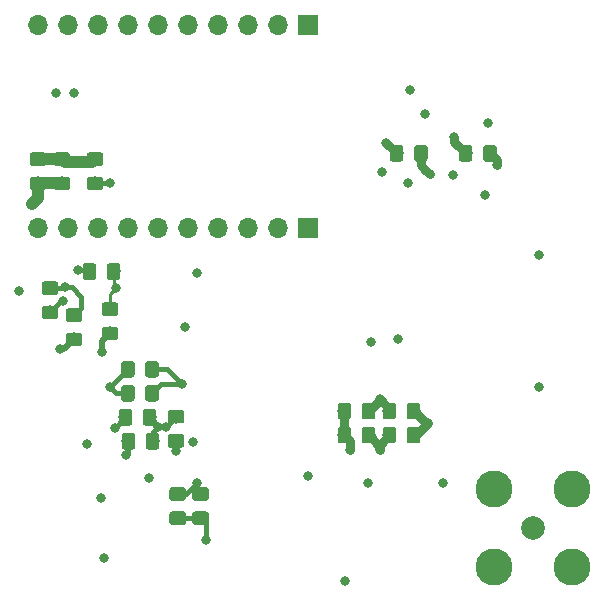
<source format=gbr>
G04 #@! TF.GenerationSoftware,KiCad,Pcbnew,(5.0.0)*
G04 #@! TF.CreationDate,2018-11-24T15:46:54-05:00*
G04 #@! TF.ProjectId,SDRRv2,5344525276322E6B696361645F706362,rev?*
G04 #@! TF.SameCoordinates,Original*
G04 #@! TF.FileFunction,Copper,L4,Bot,Signal*
G04 #@! TF.FilePolarity,Positive*
%FSLAX46Y46*%
G04 Gerber Fmt 4.6, Leading zero omitted, Abs format (unit mm)*
G04 Created by KiCad (PCBNEW (5.0.0)) date 11/24/18 15:46:54*
%MOMM*%
%LPD*%
G01*
G04 APERTURE LIST*
G04 #@! TA.AperFunction,Conductor*
%ADD10C,0.100000*%
G04 #@! TD*
G04 #@! TA.AperFunction,SMDPad,CuDef*
%ADD11C,1.150000*%
G04 #@! TD*
G04 #@! TA.AperFunction,ComponentPad*
%ADD12C,3.126000*%
G04 #@! TD*
G04 #@! TA.AperFunction,ComponentPad*
%ADD13C,2.000000*%
G04 #@! TD*
G04 #@! TA.AperFunction,ComponentPad*
%ADD14R,1.700000X1.700000*%
G04 #@! TD*
G04 #@! TA.AperFunction,ComponentPad*
%ADD15O,1.700000X1.700000*%
G04 #@! TD*
G04 #@! TA.AperFunction,ViaPad*
%ADD16C,0.800000*%
G04 #@! TD*
G04 #@! TA.AperFunction,Conductor*
%ADD17C,1.000000*%
G04 #@! TD*
G04 #@! TA.AperFunction,Conductor*
%ADD18C,0.400000*%
G04 #@! TD*
G04 #@! TA.AperFunction,Conductor*
%ADD19C,0.500000*%
G04 #@! TD*
G04 #@! TA.AperFunction,Conductor*
%ADD20C,0.750000*%
G04 #@! TD*
G04 #@! TA.AperFunction,Conductor*
%ADD21C,0.250000*%
G04 #@! TD*
G04 APERTURE END LIST*
D10*
G04 #@! TO.N,+5V*
G04 #@! TO.C,Cc2*
G36*
X23144590Y-155079043D02*
X23168858Y-155082643D01*
X23192657Y-155088604D01*
X23215756Y-155096869D01*
X23237935Y-155107359D01*
X23258978Y-155119971D01*
X23278684Y-155134586D01*
X23296862Y-155151062D01*
X23313338Y-155169240D01*
X23327953Y-155188946D01*
X23340565Y-155209989D01*
X23351055Y-155232168D01*
X23359320Y-155255267D01*
X23365281Y-155279066D01*
X23368881Y-155303334D01*
X23370085Y-155327838D01*
X23370085Y-155977840D01*
X23368881Y-156002344D01*
X23365281Y-156026612D01*
X23359320Y-156050411D01*
X23351055Y-156073510D01*
X23340565Y-156095689D01*
X23327953Y-156116732D01*
X23313338Y-156136438D01*
X23296862Y-156154616D01*
X23278684Y-156171092D01*
X23258978Y-156185707D01*
X23237935Y-156198319D01*
X23215756Y-156208809D01*
X23192657Y-156217074D01*
X23168858Y-156223035D01*
X23144590Y-156226635D01*
X23120086Y-156227839D01*
X22220084Y-156227839D01*
X22195580Y-156226635D01*
X22171312Y-156223035D01*
X22147513Y-156217074D01*
X22124414Y-156208809D01*
X22102235Y-156198319D01*
X22081192Y-156185707D01*
X22061486Y-156171092D01*
X22043308Y-156154616D01*
X22026832Y-156136438D01*
X22012217Y-156116732D01*
X21999605Y-156095689D01*
X21989115Y-156073510D01*
X21980850Y-156050411D01*
X21974889Y-156026612D01*
X21971289Y-156002344D01*
X21970085Y-155977840D01*
X21970085Y-155327838D01*
X21971289Y-155303334D01*
X21974889Y-155279066D01*
X21980850Y-155255267D01*
X21989115Y-155232168D01*
X21999605Y-155209989D01*
X22012217Y-155188946D01*
X22026832Y-155169240D01*
X22043308Y-155151062D01*
X22061486Y-155134586D01*
X22081192Y-155119971D01*
X22102235Y-155107359D01*
X22124414Y-155096869D01*
X22147513Y-155088604D01*
X22171312Y-155082643D01*
X22195580Y-155079043D01*
X22220084Y-155077839D01*
X23120086Y-155077839D01*
X23144590Y-155079043D01*
X23144590Y-155079043D01*
G37*
D11*
G04 #@! TD*
G04 #@! TO.P,Cc2,1*
G04 #@! TO.N,+5V*
X22670085Y-155652839D03*
D10*
G04 #@! TO.N,GNDREF*
G04 #@! TO.C,Cc2*
G36*
X23144590Y-153029043D02*
X23168858Y-153032643D01*
X23192657Y-153038604D01*
X23215756Y-153046869D01*
X23237935Y-153057359D01*
X23258978Y-153069971D01*
X23278684Y-153084586D01*
X23296862Y-153101062D01*
X23313338Y-153119240D01*
X23327953Y-153138946D01*
X23340565Y-153159989D01*
X23351055Y-153182168D01*
X23359320Y-153205267D01*
X23365281Y-153229066D01*
X23368881Y-153253334D01*
X23370085Y-153277838D01*
X23370085Y-153927840D01*
X23368881Y-153952344D01*
X23365281Y-153976612D01*
X23359320Y-154000411D01*
X23351055Y-154023510D01*
X23340565Y-154045689D01*
X23327953Y-154066732D01*
X23313338Y-154086438D01*
X23296862Y-154104616D01*
X23278684Y-154121092D01*
X23258978Y-154135707D01*
X23237935Y-154148319D01*
X23215756Y-154158809D01*
X23192657Y-154167074D01*
X23168858Y-154173035D01*
X23144590Y-154176635D01*
X23120086Y-154177839D01*
X22220084Y-154177839D01*
X22195580Y-154176635D01*
X22171312Y-154173035D01*
X22147513Y-154167074D01*
X22124414Y-154158809D01*
X22102235Y-154148319D01*
X22081192Y-154135707D01*
X22061486Y-154121092D01*
X22043308Y-154104616D01*
X22026832Y-154086438D01*
X22012217Y-154066732D01*
X21999605Y-154045689D01*
X21989115Y-154023510D01*
X21980850Y-154000411D01*
X21974889Y-153976612D01*
X21971289Y-153952344D01*
X21970085Y-153927840D01*
X21970085Y-153277838D01*
X21971289Y-153253334D01*
X21974889Y-153229066D01*
X21980850Y-153205267D01*
X21989115Y-153182168D01*
X21999605Y-153159989D01*
X22012217Y-153138946D01*
X22026832Y-153119240D01*
X22043308Y-153101062D01*
X22061486Y-153084586D01*
X22081192Y-153069971D01*
X22102235Y-153057359D01*
X22124414Y-153046869D01*
X22147513Y-153038604D01*
X22171312Y-153032643D01*
X22195580Y-153029043D01*
X22220084Y-153027839D01*
X23120086Y-153027839D01*
X23144590Y-153029043D01*
X23144590Y-153029043D01*
G37*
D11*
G04 #@! TD*
G04 #@! TO.P,Cc2,2*
G04 #@! TO.N,GNDREF*
X22670085Y-153602839D03*
D10*
G04 #@! TO.N,+5V*
G04 #@! TO.C,Cc3*
G36*
X25176590Y-155088043D02*
X25200858Y-155091643D01*
X25224657Y-155097604D01*
X25247756Y-155105869D01*
X25269935Y-155116359D01*
X25290978Y-155128971D01*
X25310684Y-155143586D01*
X25328862Y-155160062D01*
X25345338Y-155178240D01*
X25359953Y-155197946D01*
X25372565Y-155218989D01*
X25383055Y-155241168D01*
X25391320Y-155264267D01*
X25397281Y-155288066D01*
X25400881Y-155312334D01*
X25402085Y-155336838D01*
X25402085Y-155986840D01*
X25400881Y-156011344D01*
X25397281Y-156035612D01*
X25391320Y-156059411D01*
X25383055Y-156082510D01*
X25372565Y-156104689D01*
X25359953Y-156125732D01*
X25345338Y-156145438D01*
X25328862Y-156163616D01*
X25310684Y-156180092D01*
X25290978Y-156194707D01*
X25269935Y-156207319D01*
X25247756Y-156217809D01*
X25224657Y-156226074D01*
X25200858Y-156232035D01*
X25176590Y-156235635D01*
X25152086Y-156236839D01*
X24252084Y-156236839D01*
X24227580Y-156235635D01*
X24203312Y-156232035D01*
X24179513Y-156226074D01*
X24156414Y-156217809D01*
X24134235Y-156207319D01*
X24113192Y-156194707D01*
X24093486Y-156180092D01*
X24075308Y-156163616D01*
X24058832Y-156145438D01*
X24044217Y-156125732D01*
X24031605Y-156104689D01*
X24021115Y-156082510D01*
X24012850Y-156059411D01*
X24006889Y-156035612D01*
X24003289Y-156011344D01*
X24002085Y-155986840D01*
X24002085Y-155336838D01*
X24003289Y-155312334D01*
X24006889Y-155288066D01*
X24012850Y-155264267D01*
X24021115Y-155241168D01*
X24031605Y-155218989D01*
X24044217Y-155197946D01*
X24058832Y-155178240D01*
X24075308Y-155160062D01*
X24093486Y-155143586D01*
X24113192Y-155128971D01*
X24134235Y-155116359D01*
X24156414Y-155105869D01*
X24179513Y-155097604D01*
X24203312Y-155091643D01*
X24227580Y-155088043D01*
X24252084Y-155086839D01*
X25152086Y-155086839D01*
X25176590Y-155088043D01*
X25176590Y-155088043D01*
G37*
D11*
G04 #@! TD*
G04 #@! TO.P,Cc3,1*
G04 #@! TO.N,+5V*
X24702085Y-155661839D03*
D10*
G04 #@! TO.N,GNDREF*
G04 #@! TO.C,Cc3*
G36*
X25176590Y-153038043D02*
X25200858Y-153041643D01*
X25224657Y-153047604D01*
X25247756Y-153055869D01*
X25269935Y-153066359D01*
X25290978Y-153078971D01*
X25310684Y-153093586D01*
X25328862Y-153110062D01*
X25345338Y-153128240D01*
X25359953Y-153147946D01*
X25372565Y-153168989D01*
X25383055Y-153191168D01*
X25391320Y-153214267D01*
X25397281Y-153238066D01*
X25400881Y-153262334D01*
X25402085Y-153286838D01*
X25402085Y-153936840D01*
X25400881Y-153961344D01*
X25397281Y-153985612D01*
X25391320Y-154009411D01*
X25383055Y-154032510D01*
X25372565Y-154054689D01*
X25359953Y-154075732D01*
X25345338Y-154095438D01*
X25328862Y-154113616D01*
X25310684Y-154130092D01*
X25290978Y-154144707D01*
X25269935Y-154157319D01*
X25247756Y-154167809D01*
X25224657Y-154176074D01*
X25200858Y-154182035D01*
X25176590Y-154185635D01*
X25152086Y-154186839D01*
X24252084Y-154186839D01*
X24227580Y-154185635D01*
X24203312Y-154182035D01*
X24179513Y-154176074D01*
X24156414Y-154167809D01*
X24134235Y-154157319D01*
X24113192Y-154144707D01*
X24093486Y-154130092D01*
X24075308Y-154113616D01*
X24058832Y-154095438D01*
X24044217Y-154075732D01*
X24031605Y-154054689D01*
X24021115Y-154032510D01*
X24012850Y-154009411D01*
X24006889Y-153985612D01*
X24003289Y-153961344D01*
X24002085Y-153936840D01*
X24002085Y-153286838D01*
X24003289Y-153262334D01*
X24006889Y-153238066D01*
X24012850Y-153214267D01*
X24021115Y-153191168D01*
X24031605Y-153168989D01*
X24044217Y-153147946D01*
X24058832Y-153128240D01*
X24075308Y-153110062D01*
X24093486Y-153093586D01*
X24113192Y-153078971D01*
X24134235Y-153066359D01*
X24156414Y-153055869D01*
X24179513Y-153047604D01*
X24203312Y-153041643D01*
X24227580Y-153038043D01*
X24252084Y-153036839D01*
X25152086Y-153036839D01*
X25176590Y-153038043D01*
X25176590Y-153038043D01*
G37*
D11*
G04 #@! TD*
G04 #@! TO.P,Cc3,2*
G04 #@! TO.N,GNDREF*
X24702085Y-153611839D03*
D10*
G04 #@! TO.N,Net-(Cc6-Pad2)*
G04 #@! TO.C,Cc6*
G36*
X61280990Y-152405043D02*
X61305258Y-152408643D01*
X61329057Y-152414604D01*
X61352156Y-152422869D01*
X61374335Y-152433359D01*
X61395378Y-152445971D01*
X61415084Y-152460586D01*
X61433262Y-152477062D01*
X61449738Y-152495240D01*
X61464353Y-152514946D01*
X61476965Y-152535989D01*
X61487455Y-152558168D01*
X61495720Y-152581267D01*
X61501681Y-152605066D01*
X61505281Y-152629334D01*
X61506485Y-152653838D01*
X61506485Y-153553840D01*
X61505281Y-153578344D01*
X61501681Y-153602612D01*
X61495720Y-153626411D01*
X61487455Y-153649510D01*
X61476965Y-153671689D01*
X61464353Y-153692732D01*
X61449738Y-153712438D01*
X61433262Y-153730616D01*
X61415084Y-153747092D01*
X61395378Y-153761707D01*
X61374335Y-153774319D01*
X61352156Y-153784809D01*
X61329057Y-153793074D01*
X61305258Y-153799035D01*
X61280990Y-153802635D01*
X61256486Y-153803839D01*
X60606484Y-153803839D01*
X60581980Y-153802635D01*
X60557712Y-153799035D01*
X60533913Y-153793074D01*
X60510814Y-153784809D01*
X60488635Y-153774319D01*
X60467592Y-153761707D01*
X60447886Y-153747092D01*
X60429708Y-153730616D01*
X60413232Y-153712438D01*
X60398617Y-153692732D01*
X60386005Y-153671689D01*
X60375515Y-153649510D01*
X60367250Y-153626411D01*
X60361289Y-153602612D01*
X60357689Y-153578344D01*
X60356485Y-153553840D01*
X60356485Y-152653838D01*
X60357689Y-152629334D01*
X60361289Y-152605066D01*
X60367250Y-152581267D01*
X60375515Y-152558168D01*
X60386005Y-152535989D01*
X60398617Y-152514946D01*
X60413232Y-152495240D01*
X60429708Y-152477062D01*
X60447886Y-152460586D01*
X60467592Y-152445971D01*
X60488635Y-152433359D01*
X60510814Y-152422869D01*
X60533913Y-152414604D01*
X60557712Y-152408643D01*
X60581980Y-152405043D01*
X60606484Y-152403839D01*
X61256486Y-152403839D01*
X61280990Y-152405043D01*
X61280990Y-152405043D01*
G37*
D11*
G04 #@! TD*
G04 #@! TO.P,Cc6,2*
G04 #@! TO.N,Net-(Cc6-Pad2)*
X60931485Y-153103839D03*
D10*
G04 #@! TO.N,Net-(Cc6-Pad1)*
G04 #@! TO.C,Cc6*
G36*
X59230990Y-152405043D02*
X59255258Y-152408643D01*
X59279057Y-152414604D01*
X59302156Y-152422869D01*
X59324335Y-152433359D01*
X59345378Y-152445971D01*
X59365084Y-152460586D01*
X59383262Y-152477062D01*
X59399738Y-152495240D01*
X59414353Y-152514946D01*
X59426965Y-152535989D01*
X59437455Y-152558168D01*
X59445720Y-152581267D01*
X59451681Y-152605066D01*
X59455281Y-152629334D01*
X59456485Y-152653838D01*
X59456485Y-153553840D01*
X59455281Y-153578344D01*
X59451681Y-153602612D01*
X59445720Y-153626411D01*
X59437455Y-153649510D01*
X59426965Y-153671689D01*
X59414353Y-153692732D01*
X59399738Y-153712438D01*
X59383262Y-153730616D01*
X59365084Y-153747092D01*
X59345378Y-153761707D01*
X59324335Y-153774319D01*
X59302156Y-153784809D01*
X59279057Y-153793074D01*
X59255258Y-153799035D01*
X59230990Y-153802635D01*
X59206486Y-153803839D01*
X58556484Y-153803839D01*
X58531980Y-153802635D01*
X58507712Y-153799035D01*
X58483913Y-153793074D01*
X58460814Y-153784809D01*
X58438635Y-153774319D01*
X58417592Y-153761707D01*
X58397886Y-153747092D01*
X58379708Y-153730616D01*
X58363232Y-153712438D01*
X58348617Y-153692732D01*
X58336005Y-153671689D01*
X58325515Y-153649510D01*
X58317250Y-153626411D01*
X58311289Y-153602612D01*
X58307689Y-153578344D01*
X58306485Y-153553840D01*
X58306485Y-152653838D01*
X58307689Y-152629334D01*
X58311289Y-152605066D01*
X58317250Y-152581267D01*
X58325515Y-152558168D01*
X58336005Y-152535989D01*
X58348617Y-152514946D01*
X58363232Y-152495240D01*
X58379708Y-152477062D01*
X58397886Y-152460586D01*
X58417592Y-152445971D01*
X58438635Y-152433359D01*
X58460814Y-152422869D01*
X58483913Y-152414604D01*
X58507712Y-152408643D01*
X58531980Y-152405043D01*
X58556484Y-152403839D01*
X59206486Y-152403839D01*
X59230990Y-152405043D01*
X59230990Y-152405043D01*
G37*
D11*
G04 #@! TD*
G04 #@! TO.P,Cc6,1*
G04 #@! TO.N,Net-(Cc6-Pad1)*
X58881485Y-153103839D03*
D10*
G04 #@! TO.N,Net-(Cc7-Pad1)*
G04 #@! TO.C,Cc7*
G36*
X53388990Y-152405043D02*
X53413258Y-152408643D01*
X53437057Y-152414604D01*
X53460156Y-152422869D01*
X53482335Y-152433359D01*
X53503378Y-152445971D01*
X53523084Y-152460586D01*
X53541262Y-152477062D01*
X53557738Y-152495240D01*
X53572353Y-152514946D01*
X53584965Y-152535989D01*
X53595455Y-152558168D01*
X53603720Y-152581267D01*
X53609681Y-152605066D01*
X53613281Y-152629334D01*
X53614485Y-152653838D01*
X53614485Y-153553840D01*
X53613281Y-153578344D01*
X53609681Y-153602612D01*
X53603720Y-153626411D01*
X53595455Y-153649510D01*
X53584965Y-153671689D01*
X53572353Y-153692732D01*
X53557738Y-153712438D01*
X53541262Y-153730616D01*
X53523084Y-153747092D01*
X53503378Y-153761707D01*
X53482335Y-153774319D01*
X53460156Y-153784809D01*
X53437057Y-153793074D01*
X53413258Y-153799035D01*
X53388990Y-153802635D01*
X53364486Y-153803839D01*
X52714484Y-153803839D01*
X52689980Y-153802635D01*
X52665712Y-153799035D01*
X52641913Y-153793074D01*
X52618814Y-153784809D01*
X52596635Y-153774319D01*
X52575592Y-153761707D01*
X52555886Y-153747092D01*
X52537708Y-153730616D01*
X52521232Y-153712438D01*
X52506617Y-153692732D01*
X52494005Y-153671689D01*
X52483515Y-153649510D01*
X52475250Y-153626411D01*
X52469289Y-153602612D01*
X52465689Y-153578344D01*
X52464485Y-153553840D01*
X52464485Y-152653838D01*
X52465689Y-152629334D01*
X52469289Y-152605066D01*
X52475250Y-152581267D01*
X52483515Y-152558168D01*
X52494005Y-152535989D01*
X52506617Y-152514946D01*
X52521232Y-152495240D01*
X52537708Y-152477062D01*
X52555886Y-152460586D01*
X52575592Y-152445971D01*
X52596635Y-152433359D01*
X52618814Y-152422869D01*
X52641913Y-152414604D01*
X52665712Y-152408643D01*
X52689980Y-152405043D01*
X52714484Y-152403839D01*
X53364486Y-152403839D01*
X53388990Y-152405043D01*
X53388990Y-152405043D01*
G37*
D11*
G04 #@! TD*
G04 #@! TO.P,Cc7,1*
G04 #@! TO.N,Net-(Cc7-Pad1)*
X53039485Y-153103839D03*
D10*
G04 #@! TO.N,Net-(Cc7-Pad2)*
G04 #@! TO.C,Cc7*
G36*
X55438990Y-152405043D02*
X55463258Y-152408643D01*
X55487057Y-152414604D01*
X55510156Y-152422869D01*
X55532335Y-152433359D01*
X55553378Y-152445971D01*
X55573084Y-152460586D01*
X55591262Y-152477062D01*
X55607738Y-152495240D01*
X55622353Y-152514946D01*
X55634965Y-152535989D01*
X55645455Y-152558168D01*
X55653720Y-152581267D01*
X55659681Y-152605066D01*
X55663281Y-152629334D01*
X55664485Y-152653838D01*
X55664485Y-153553840D01*
X55663281Y-153578344D01*
X55659681Y-153602612D01*
X55653720Y-153626411D01*
X55645455Y-153649510D01*
X55634965Y-153671689D01*
X55622353Y-153692732D01*
X55607738Y-153712438D01*
X55591262Y-153730616D01*
X55573084Y-153747092D01*
X55553378Y-153761707D01*
X55532335Y-153774319D01*
X55510156Y-153784809D01*
X55487057Y-153793074D01*
X55463258Y-153799035D01*
X55438990Y-153802635D01*
X55414486Y-153803839D01*
X54764484Y-153803839D01*
X54739980Y-153802635D01*
X54715712Y-153799035D01*
X54691913Y-153793074D01*
X54668814Y-153784809D01*
X54646635Y-153774319D01*
X54625592Y-153761707D01*
X54605886Y-153747092D01*
X54587708Y-153730616D01*
X54571232Y-153712438D01*
X54556617Y-153692732D01*
X54544005Y-153671689D01*
X54533515Y-153649510D01*
X54525250Y-153626411D01*
X54519289Y-153602612D01*
X54515689Y-153578344D01*
X54514485Y-153553840D01*
X54514485Y-152653838D01*
X54515689Y-152629334D01*
X54519289Y-152605066D01*
X54525250Y-152581267D01*
X54533515Y-152558168D01*
X54544005Y-152535989D01*
X54556617Y-152514946D01*
X54571232Y-152495240D01*
X54587708Y-152477062D01*
X54605886Y-152460586D01*
X54625592Y-152445971D01*
X54646635Y-152433359D01*
X54668814Y-152422869D01*
X54691913Y-152414604D01*
X54715712Y-152408643D01*
X54739980Y-152405043D01*
X54764484Y-152403839D01*
X55414486Y-152403839D01*
X55438990Y-152405043D01*
X55438990Y-152405043D01*
G37*
D11*
G04 #@! TD*
G04 #@! TO.P,Cc7,2*
G04 #@! TO.N,Net-(Cc7-Pad2)*
X55089485Y-153103839D03*
D10*
G04 #@! TO.N,GNDREF*
G04 #@! TO.C,Cc8*
G36*
X27970590Y-153029043D02*
X27994858Y-153032643D01*
X28018657Y-153038604D01*
X28041756Y-153046869D01*
X28063935Y-153057359D01*
X28084978Y-153069971D01*
X28104684Y-153084586D01*
X28122862Y-153101062D01*
X28139338Y-153119240D01*
X28153953Y-153138946D01*
X28166565Y-153159989D01*
X28177055Y-153182168D01*
X28185320Y-153205267D01*
X28191281Y-153229066D01*
X28194881Y-153253334D01*
X28196085Y-153277838D01*
X28196085Y-153927840D01*
X28194881Y-153952344D01*
X28191281Y-153976612D01*
X28185320Y-154000411D01*
X28177055Y-154023510D01*
X28166565Y-154045689D01*
X28153953Y-154066732D01*
X28139338Y-154086438D01*
X28122862Y-154104616D01*
X28104684Y-154121092D01*
X28084978Y-154135707D01*
X28063935Y-154148319D01*
X28041756Y-154158809D01*
X28018657Y-154167074D01*
X27994858Y-154173035D01*
X27970590Y-154176635D01*
X27946086Y-154177839D01*
X27046084Y-154177839D01*
X27021580Y-154176635D01*
X26997312Y-154173035D01*
X26973513Y-154167074D01*
X26950414Y-154158809D01*
X26928235Y-154148319D01*
X26907192Y-154135707D01*
X26887486Y-154121092D01*
X26869308Y-154104616D01*
X26852832Y-154086438D01*
X26838217Y-154066732D01*
X26825605Y-154045689D01*
X26815115Y-154023510D01*
X26806850Y-154000411D01*
X26800889Y-153976612D01*
X26797289Y-153952344D01*
X26796085Y-153927840D01*
X26796085Y-153277838D01*
X26797289Y-153253334D01*
X26800889Y-153229066D01*
X26806850Y-153205267D01*
X26815115Y-153182168D01*
X26825605Y-153159989D01*
X26838217Y-153138946D01*
X26852832Y-153119240D01*
X26869308Y-153101062D01*
X26887486Y-153084586D01*
X26907192Y-153069971D01*
X26928235Y-153057359D01*
X26950414Y-153046869D01*
X26973513Y-153038604D01*
X26997312Y-153032643D01*
X27021580Y-153029043D01*
X27046084Y-153027839D01*
X27946086Y-153027839D01*
X27970590Y-153029043D01*
X27970590Y-153029043D01*
G37*
D11*
G04 #@! TD*
G04 #@! TO.P,Cc8,2*
G04 #@! TO.N,GNDREF*
X27496085Y-153602839D03*
D10*
G04 #@! TO.N,+3V3*
G04 #@! TO.C,Cc8*
G36*
X27970590Y-155079043D02*
X27994858Y-155082643D01*
X28018657Y-155088604D01*
X28041756Y-155096869D01*
X28063935Y-155107359D01*
X28084978Y-155119971D01*
X28104684Y-155134586D01*
X28122862Y-155151062D01*
X28139338Y-155169240D01*
X28153953Y-155188946D01*
X28166565Y-155209989D01*
X28177055Y-155232168D01*
X28185320Y-155255267D01*
X28191281Y-155279066D01*
X28194881Y-155303334D01*
X28196085Y-155327838D01*
X28196085Y-155977840D01*
X28194881Y-156002344D01*
X28191281Y-156026612D01*
X28185320Y-156050411D01*
X28177055Y-156073510D01*
X28166565Y-156095689D01*
X28153953Y-156116732D01*
X28139338Y-156136438D01*
X28122862Y-156154616D01*
X28104684Y-156171092D01*
X28084978Y-156185707D01*
X28063935Y-156198319D01*
X28041756Y-156208809D01*
X28018657Y-156217074D01*
X27994858Y-156223035D01*
X27970590Y-156226635D01*
X27946086Y-156227839D01*
X27046084Y-156227839D01*
X27021580Y-156226635D01*
X26997312Y-156223035D01*
X26973513Y-156217074D01*
X26950414Y-156208809D01*
X26928235Y-156198319D01*
X26907192Y-156185707D01*
X26887486Y-156171092D01*
X26869308Y-156154616D01*
X26852832Y-156136438D01*
X26838217Y-156116732D01*
X26825605Y-156095689D01*
X26815115Y-156073510D01*
X26806850Y-156050411D01*
X26800889Y-156026612D01*
X26797289Y-156002344D01*
X26796085Y-155977840D01*
X26796085Y-155327838D01*
X26797289Y-155303334D01*
X26800889Y-155279066D01*
X26806850Y-155255267D01*
X26815115Y-155232168D01*
X26825605Y-155209989D01*
X26838217Y-155188946D01*
X26852832Y-155169240D01*
X26869308Y-155151062D01*
X26887486Y-155134586D01*
X26907192Y-155119971D01*
X26928235Y-155107359D01*
X26950414Y-155096869D01*
X26973513Y-155088604D01*
X26997312Y-155082643D01*
X27021580Y-155079043D01*
X27046084Y-155077839D01*
X27946086Y-155077839D01*
X27970590Y-155079043D01*
X27970590Y-155079043D01*
G37*
D11*
G04 #@! TD*
G04 #@! TO.P,Cc8,1*
G04 #@! TO.N,+3V3*
X27496085Y-155652839D03*
D10*
G04 #@! TO.N,Net-(Cc10-Pad1)*
G04 #@! TO.C,Cc10*
G36*
X54826285Y-174242168D02*
X54850553Y-174245768D01*
X54874352Y-174251729D01*
X54897451Y-174259994D01*
X54919630Y-174270484D01*
X54940673Y-174283096D01*
X54960379Y-174297711D01*
X54978557Y-174314187D01*
X54995033Y-174332365D01*
X55009648Y-174352071D01*
X55022260Y-174373114D01*
X55032750Y-174395293D01*
X55041015Y-174418392D01*
X55046976Y-174442191D01*
X55050576Y-174466459D01*
X55051780Y-174490963D01*
X55051780Y-175390965D01*
X55050576Y-175415469D01*
X55046976Y-175439737D01*
X55041015Y-175463536D01*
X55032750Y-175486635D01*
X55022260Y-175508814D01*
X55009648Y-175529857D01*
X54995033Y-175549563D01*
X54978557Y-175567741D01*
X54960379Y-175584217D01*
X54940673Y-175598832D01*
X54919630Y-175611444D01*
X54897451Y-175621934D01*
X54874352Y-175630199D01*
X54850553Y-175636160D01*
X54826285Y-175639760D01*
X54801781Y-175640964D01*
X54151779Y-175640964D01*
X54127275Y-175639760D01*
X54103007Y-175636160D01*
X54079208Y-175630199D01*
X54056109Y-175621934D01*
X54033930Y-175611444D01*
X54012887Y-175598832D01*
X53993181Y-175584217D01*
X53975003Y-175567741D01*
X53958527Y-175549563D01*
X53943912Y-175529857D01*
X53931300Y-175508814D01*
X53920810Y-175486635D01*
X53912545Y-175463536D01*
X53906584Y-175439737D01*
X53902984Y-175415469D01*
X53901780Y-175390965D01*
X53901780Y-174490963D01*
X53902984Y-174466459D01*
X53906584Y-174442191D01*
X53912545Y-174418392D01*
X53920810Y-174395293D01*
X53931300Y-174373114D01*
X53943912Y-174352071D01*
X53958527Y-174332365D01*
X53975003Y-174314187D01*
X53993181Y-174297711D01*
X54012887Y-174283096D01*
X54033930Y-174270484D01*
X54056109Y-174259994D01*
X54079208Y-174251729D01*
X54103007Y-174245768D01*
X54127275Y-174242168D01*
X54151779Y-174240964D01*
X54801781Y-174240964D01*
X54826285Y-174242168D01*
X54826285Y-174242168D01*
G37*
D11*
G04 #@! TD*
G04 #@! TO.P,Cc10,1*
G04 #@! TO.N,Net-(Cc10-Pad1)*
X54476780Y-174940964D03*
D10*
G04 #@! TO.N,GNDREF*
G04 #@! TO.C,Cc10*
G36*
X52776285Y-174242168D02*
X52800553Y-174245768D01*
X52824352Y-174251729D01*
X52847451Y-174259994D01*
X52869630Y-174270484D01*
X52890673Y-174283096D01*
X52910379Y-174297711D01*
X52928557Y-174314187D01*
X52945033Y-174332365D01*
X52959648Y-174352071D01*
X52972260Y-174373114D01*
X52982750Y-174395293D01*
X52991015Y-174418392D01*
X52996976Y-174442191D01*
X53000576Y-174466459D01*
X53001780Y-174490963D01*
X53001780Y-175390965D01*
X53000576Y-175415469D01*
X52996976Y-175439737D01*
X52991015Y-175463536D01*
X52982750Y-175486635D01*
X52972260Y-175508814D01*
X52959648Y-175529857D01*
X52945033Y-175549563D01*
X52928557Y-175567741D01*
X52910379Y-175584217D01*
X52890673Y-175598832D01*
X52869630Y-175611444D01*
X52847451Y-175621934D01*
X52824352Y-175630199D01*
X52800553Y-175636160D01*
X52776285Y-175639760D01*
X52751781Y-175640964D01*
X52101779Y-175640964D01*
X52077275Y-175639760D01*
X52053007Y-175636160D01*
X52029208Y-175630199D01*
X52006109Y-175621934D01*
X51983930Y-175611444D01*
X51962887Y-175598832D01*
X51943181Y-175584217D01*
X51925003Y-175567741D01*
X51908527Y-175549563D01*
X51893912Y-175529857D01*
X51881300Y-175508814D01*
X51870810Y-175486635D01*
X51862545Y-175463536D01*
X51856584Y-175439737D01*
X51852984Y-175415469D01*
X51851780Y-175390965D01*
X51851780Y-174490963D01*
X51852984Y-174466459D01*
X51856584Y-174442191D01*
X51862545Y-174418392D01*
X51870810Y-174395293D01*
X51881300Y-174373114D01*
X51893912Y-174352071D01*
X51908527Y-174332365D01*
X51925003Y-174314187D01*
X51943181Y-174297711D01*
X51962887Y-174283096D01*
X51983930Y-174270484D01*
X52006109Y-174259994D01*
X52029208Y-174251729D01*
X52053007Y-174245768D01*
X52077275Y-174242168D01*
X52101779Y-174240964D01*
X52751781Y-174240964D01*
X52776285Y-174242168D01*
X52776285Y-174242168D01*
G37*
D11*
G04 #@! TD*
G04 #@! TO.P,Cc10,2*
G04 #@! TO.N,GNDREF*
X52426780Y-174940964D03*
D10*
G04 #@! TO.N,GNDREF*
G04 #@! TO.C,Cc11*
G36*
X52776285Y-176274168D02*
X52800553Y-176277768D01*
X52824352Y-176283729D01*
X52847451Y-176291994D01*
X52869630Y-176302484D01*
X52890673Y-176315096D01*
X52910379Y-176329711D01*
X52928557Y-176346187D01*
X52945033Y-176364365D01*
X52959648Y-176384071D01*
X52972260Y-176405114D01*
X52982750Y-176427293D01*
X52991015Y-176450392D01*
X52996976Y-176474191D01*
X53000576Y-176498459D01*
X53001780Y-176522963D01*
X53001780Y-177422965D01*
X53000576Y-177447469D01*
X52996976Y-177471737D01*
X52991015Y-177495536D01*
X52982750Y-177518635D01*
X52972260Y-177540814D01*
X52959648Y-177561857D01*
X52945033Y-177581563D01*
X52928557Y-177599741D01*
X52910379Y-177616217D01*
X52890673Y-177630832D01*
X52869630Y-177643444D01*
X52847451Y-177653934D01*
X52824352Y-177662199D01*
X52800553Y-177668160D01*
X52776285Y-177671760D01*
X52751781Y-177672964D01*
X52101779Y-177672964D01*
X52077275Y-177671760D01*
X52053007Y-177668160D01*
X52029208Y-177662199D01*
X52006109Y-177653934D01*
X51983930Y-177643444D01*
X51962887Y-177630832D01*
X51943181Y-177616217D01*
X51925003Y-177599741D01*
X51908527Y-177581563D01*
X51893912Y-177561857D01*
X51881300Y-177540814D01*
X51870810Y-177518635D01*
X51862545Y-177495536D01*
X51856584Y-177471737D01*
X51852984Y-177447469D01*
X51851780Y-177422965D01*
X51851780Y-176522963D01*
X51852984Y-176498459D01*
X51856584Y-176474191D01*
X51862545Y-176450392D01*
X51870810Y-176427293D01*
X51881300Y-176405114D01*
X51893912Y-176384071D01*
X51908527Y-176364365D01*
X51925003Y-176346187D01*
X51943181Y-176329711D01*
X51962887Y-176315096D01*
X51983930Y-176302484D01*
X52006109Y-176291994D01*
X52029208Y-176283729D01*
X52053007Y-176277768D01*
X52077275Y-176274168D01*
X52101779Y-176272964D01*
X52751781Y-176272964D01*
X52776285Y-176274168D01*
X52776285Y-176274168D01*
G37*
D11*
G04 #@! TD*
G04 #@! TO.P,Cc11,2*
G04 #@! TO.N,GNDREF*
X52426780Y-176972964D03*
D10*
G04 #@! TO.N,Net-(Cc10-Pad1)*
G04 #@! TO.C,Cc11*
G36*
X54826285Y-176274168D02*
X54850553Y-176277768D01*
X54874352Y-176283729D01*
X54897451Y-176291994D01*
X54919630Y-176302484D01*
X54940673Y-176315096D01*
X54960379Y-176329711D01*
X54978557Y-176346187D01*
X54995033Y-176364365D01*
X55009648Y-176384071D01*
X55022260Y-176405114D01*
X55032750Y-176427293D01*
X55041015Y-176450392D01*
X55046976Y-176474191D01*
X55050576Y-176498459D01*
X55051780Y-176522963D01*
X55051780Y-177422965D01*
X55050576Y-177447469D01*
X55046976Y-177471737D01*
X55041015Y-177495536D01*
X55032750Y-177518635D01*
X55022260Y-177540814D01*
X55009648Y-177561857D01*
X54995033Y-177581563D01*
X54978557Y-177599741D01*
X54960379Y-177616217D01*
X54940673Y-177630832D01*
X54919630Y-177643444D01*
X54897451Y-177653934D01*
X54874352Y-177662199D01*
X54850553Y-177668160D01*
X54826285Y-177671760D01*
X54801781Y-177672964D01*
X54151779Y-177672964D01*
X54127275Y-177671760D01*
X54103007Y-177668160D01*
X54079208Y-177662199D01*
X54056109Y-177653934D01*
X54033930Y-177643444D01*
X54012887Y-177630832D01*
X53993181Y-177616217D01*
X53975003Y-177599741D01*
X53958527Y-177581563D01*
X53943912Y-177561857D01*
X53931300Y-177540814D01*
X53920810Y-177518635D01*
X53912545Y-177495536D01*
X53906584Y-177471737D01*
X53902984Y-177447469D01*
X53901780Y-177422965D01*
X53901780Y-176522963D01*
X53902984Y-176498459D01*
X53906584Y-176474191D01*
X53912545Y-176450392D01*
X53920810Y-176427293D01*
X53931300Y-176405114D01*
X53943912Y-176384071D01*
X53958527Y-176364365D01*
X53975003Y-176346187D01*
X53993181Y-176329711D01*
X54012887Y-176315096D01*
X54033930Y-176302484D01*
X54056109Y-176291994D01*
X54079208Y-176283729D01*
X54103007Y-176277768D01*
X54127275Y-176274168D01*
X54151779Y-176272964D01*
X54801781Y-176272964D01*
X54826285Y-176274168D01*
X54826285Y-176274168D01*
G37*
D11*
G04 #@! TD*
G04 #@! TO.P,Cc11,1*
G04 #@! TO.N,Net-(Cc10-Pad1)*
X54476780Y-176972964D03*
D10*
G04 #@! TO.N,GNDREF*
G04 #@! TO.C,Cc14*
G36*
X51016285Y-174242168D02*
X51040553Y-174245768D01*
X51064352Y-174251729D01*
X51087451Y-174259994D01*
X51109630Y-174270484D01*
X51130673Y-174283096D01*
X51150379Y-174297711D01*
X51168557Y-174314187D01*
X51185033Y-174332365D01*
X51199648Y-174352071D01*
X51212260Y-174373114D01*
X51222750Y-174395293D01*
X51231015Y-174418392D01*
X51236976Y-174442191D01*
X51240576Y-174466459D01*
X51241780Y-174490963D01*
X51241780Y-175390965D01*
X51240576Y-175415469D01*
X51236976Y-175439737D01*
X51231015Y-175463536D01*
X51222750Y-175486635D01*
X51212260Y-175508814D01*
X51199648Y-175529857D01*
X51185033Y-175549563D01*
X51168557Y-175567741D01*
X51150379Y-175584217D01*
X51130673Y-175598832D01*
X51109630Y-175611444D01*
X51087451Y-175621934D01*
X51064352Y-175630199D01*
X51040553Y-175636160D01*
X51016285Y-175639760D01*
X50991781Y-175640964D01*
X50341779Y-175640964D01*
X50317275Y-175639760D01*
X50293007Y-175636160D01*
X50269208Y-175630199D01*
X50246109Y-175621934D01*
X50223930Y-175611444D01*
X50202887Y-175598832D01*
X50183181Y-175584217D01*
X50165003Y-175567741D01*
X50148527Y-175549563D01*
X50133912Y-175529857D01*
X50121300Y-175508814D01*
X50110810Y-175486635D01*
X50102545Y-175463536D01*
X50096584Y-175439737D01*
X50092984Y-175415469D01*
X50091780Y-175390965D01*
X50091780Y-174490963D01*
X50092984Y-174466459D01*
X50096584Y-174442191D01*
X50102545Y-174418392D01*
X50110810Y-174395293D01*
X50121300Y-174373114D01*
X50133912Y-174352071D01*
X50148527Y-174332365D01*
X50165003Y-174314187D01*
X50183181Y-174297711D01*
X50202887Y-174283096D01*
X50223930Y-174270484D01*
X50246109Y-174259994D01*
X50269208Y-174251729D01*
X50293007Y-174245768D01*
X50317275Y-174242168D01*
X50341779Y-174240964D01*
X50991781Y-174240964D01*
X51016285Y-174242168D01*
X51016285Y-174242168D01*
G37*
D11*
G04 #@! TD*
G04 #@! TO.P,Cc14,2*
G04 #@! TO.N,GNDREF*
X50666780Y-174940964D03*
D10*
G04 #@! TO.N,+5VA*
G04 #@! TO.C,Cc14*
G36*
X48966285Y-174242168D02*
X48990553Y-174245768D01*
X49014352Y-174251729D01*
X49037451Y-174259994D01*
X49059630Y-174270484D01*
X49080673Y-174283096D01*
X49100379Y-174297711D01*
X49118557Y-174314187D01*
X49135033Y-174332365D01*
X49149648Y-174352071D01*
X49162260Y-174373114D01*
X49172750Y-174395293D01*
X49181015Y-174418392D01*
X49186976Y-174442191D01*
X49190576Y-174466459D01*
X49191780Y-174490963D01*
X49191780Y-175390965D01*
X49190576Y-175415469D01*
X49186976Y-175439737D01*
X49181015Y-175463536D01*
X49172750Y-175486635D01*
X49162260Y-175508814D01*
X49149648Y-175529857D01*
X49135033Y-175549563D01*
X49118557Y-175567741D01*
X49100379Y-175584217D01*
X49080673Y-175598832D01*
X49059630Y-175611444D01*
X49037451Y-175621934D01*
X49014352Y-175630199D01*
X48990553Y-175636160D01*
X48966285Y-175639760D01*
X48941781Y-175640964D01*
X48291779Y-175640964D01*
X48267275Y-175639760D01*
X48243007Y-175636160D01*
X48219208Y-175630199D01*
X48196109Y-175621934D01*
X48173930Y-175611444D01*
X48152887Y-175598832D01*
X48133181Y-175584217D01*
X48115003Y-175567741D01*
X48098527Y-175549563D01*
X48083912Y-175529857D01*
X48071300Y-175508814D01*
X48060810Y-175486635D01*
X48052545Y-175463536D01*
X48046584Y-175439737D01*
X48042984Y-175415469D01*
X48041780Y-175390965D01*
X48041780Y-174490963D01*
X48042984Y-174466459D01*
X48046584Y-174442191D01*
X48052545Y-174418392D01*
X48060810Y-174395293D01*
X48071300Y-174373114D01*
X48083912Y-174352071D01*
X48098527Y-174332365D01*
X48115003Y-174314187D01*
X48133181Y-174297711D01*
X48152887Y-174283096D01*
X48173930Y-174270484D01*
X48196109Y-174259994D01*
X48219208Y-174251729D01*
X48243007Y-174245768D01*
X48267275Y-174242168D01*
X48291779Y-174240964D01*
X48941781Y-174240964D01*
X48966285Y-174242168D01*
X48966285Y-174242168D01*
G37*
D11*
G04 #@! TD*
G04 #@! TO.P,Cc14,1*
G04 #@! TO.N,+5VA*
X48616780Y-174940964D03*
D10*
G04 #@! TO.N,+3V3*
G04 #@! TO.C,Cc15*
G36*
X27379390Y-162412643D02*
X27403658Y-162416243D01*
X27427457Y-162422204D01*
X27450556Y-162430469D01*
X27472735Y-162440959D01*
X27493778Y-162453571D01*
X27513484Y-162468186D01*
X27531662Y-162484662D01*
X27548138Y-162502840D01*
X27562753Y-162522546D01*
X27575365Y-162543589D01*
X27585855Y-162565768D01*
X27594120Y-162588867D01*
X27600081Y-162612666D01*
X27603681Y-162636934D01*
X27604885Y-162661438D01*
X27604885Y-163561440D01*
X27603681Y-163585944D01*
X27600081Y-163610212D01*
X27594120Y-163634011D01*
X27585855Y-163657110D01*
X27575365Y-163679289D01*
X27562753Y-163700332D01*
X27548138Y-163720038D01*
X27531662Y-163738216D01*
X27513484Y-163754692D01*
X27493778Y-163769307D01*
X27472735Y-163781919D01*
X27450556Y-163792409D01*
X27427457Y-163800674D01*
X27403658Y-163806635D01*
X27379390Y-163810235D01*
X27354886Y-163811439D01*
X26704884Y-163811439D01*
X26680380Y-163810235D01*
X26656112Y-163806635D01*
X26632313Y-163800674D01*
X26609214Y-163792409D01*
X26587035Y-163781919D01*
X26565992Y-163769307D01*
X26546286Y-163754692D01*
X26528108Y-163738216D01*
X26511632Y-163720038D01*
X26497017Y-163700332D01*
X26484405Y-163679289D01*
X26473915Y-163657110D01*
X26465650Y-163634011D01*
X26459689Y-163610212D01*
X26456089Y-163585944D01*
X26454885Y-163561440D01*
X26454885Y-162661438D01*
X26456089Y-162636934D01*
X26459689Y-162612666D01*
X26465650Y-162588867D01*
X26473915Y-162565768D01*
X26484405Y-162543589D01*
X26497017Y-162522546D01*
X26511632Y-162502840D01*
X26528108Y-162484662D01*
X26546286Y-162468186D01*
X26565992Y-162453571D01*
X26587035Y-162440959D01*
X26609214Y-162430469D01*
X26632313Y-162422204D01*
X26656112Y-162416243D01*
X26680380Y-162412643D01*
X26704884Y-162411439D01*
X27354886Y-162411439D01*
X27379390Y-162412643D01*
X27379390Y-162412643D01*
G37*
D11*
G04 #@! TD*
G04 #@! TO.P,Cc15,2*
G04 #@! TO.N,+3V3*
X27029885Y-163111439D03*
D10*
G04 #@! TO.N,GNDREF*
G04 #@! TO.C,Cc15*
G36*
X29429390Y-162412643D02*
X29453658Y-162416243D01*
X29477457Y-162422204D01*
X29500556Y-162430469D01*
X29522735Y-162440959D01*
X29543778Y-162453571D01*
X29563484Y-162468186D01*
X29581662Y-162484662D01*
X29598138Y-162502840D01*
X29612753Y-162522546D01*
X29625365Y-162543589D01*
X29635855Y-162565768D01*
X29644120Y-162588867D01*
X29650081Y-162612666D01*
X29653681Y-162636934D01*
X29654885Y-162661438D01*
X29654885Y-163561440D01*
X29653681Y-163585944D01*
X29650081Y-163610212D01*
X29644120Y-163634011D01*
X29635855Y-163657110D01*
X29625365Y-163679289D01*
X29612753Y-163700332D01*
X29598138Y-163720038D01*
X29581662Y-163738216D01*
X29563484Y-163754692D01*
X29543778Y-163769307D01*
X29522735Y-163781919D01*
X29500556Y-163792409D01*
X29477457Y-163800674D01*
X29453658Y-163806635D01*
X29429390Y-163810235D01*
X29404886Y-163811439D01*
X28754884Y-163811439D01*
X28730380Y-163810235D01*
X28706112Y-163806635D01*
X28682313Y-163800674D01*
X28659214Y-163792409D01*
X28637035Y-163781919D01*
X28615992Y-163769307D01*
X28596286Y-163754692D01*
X28578108Y-163738216D01*
X28561632Y-163720038D01*
X28547017Y-163700332D01*
X28534405Y-163679289D01*
X28523915Y-163657110D01*
X28515650Y-163634011D01*
X28509689Y-163610212D01*
X28506089Y-163585944D01*
X28504885Y-163561440D01*
X28504885Y-162661438D01*
X28506089Y-162636934D01*
X28509689Y-162612666D01*
X28515650Y-162588867D01*
X28523915Y-162565768D01*
X28534405Y-162543589D01*
X28547017Y-162522546D01*
X28561632Y-162502840D01*
X28578108Y-162484662D01*
X28596286Y-162468186D01*
X28615992Y-162453571D01*
X28637035Y-162440959D01*
X28659214Y-162430469D01*
X28682313Y-162422204D01*
X28706112Y-162416243D01*
X28730380Y-162412643D01*
X28754884Y-162411439D01*
X29404886Y-162411439D01*
X29429390Y-162412643D01*
X29429390Y-162412643D01*
G37*
D11*
G04 #@! TD*
G04 #@! TO.P,Cc15,1*
G04 #@! TO.N,GNDREF*
X29079885Y-163111439D03*
D10*
G04 #@! TO.N,GNDREF*
G04 #@! TO.C,Cc16*
G36*
X51016285Y-176274168D02*
X51040553Y-176277768D01*
X51064352Y-176283729D01*
X51087451Y-176291994D01*
X51109630Y-176302484D01*
X51130673Y-176315096D01*
X51150379Y-176329711D01*
X51168557Y-176346187D01*
X51185033Y-176364365D01*
X51199648Y-176384071D01*
X51212260Y-176405114D01*
X51222750Y-176427293D01*
X51231015Y-176450392D01*
X51236976Y-176474191D01*
X51240576Y-176498459D01*
X51241780Y-176522963D01*
X51241780Y-177422965D01*
X51240576Y-177447469D01*
X51236976Y-177471737D01*
X51231015Y-177495536D01*
X51222750Y-177518635D01*
X51212260Y-177540814D01*
X51199648Y-177561857D01*
X51185033Y-177581563D01*
X51168557Y-177599741D01*
X51150379Y-177616217D01*
X51130673Y-177630832D01*
X51109630Y-177643444D01*
X51087451Y-177653934D01*
X51064352Y-177662199D01*
X51040553Y-177668160D01*
X51016285Y-177671760D01*
X50991781Y-177672964D01*
X50341779Y-177672964D01*
X50317275Y-177671760D01*
X50293007Y-177668160D01*
X50269208Y-177662199D01*
X50246109Y-177653934D01*
X50223930Y-177643444D01*
X50202887Y-177630832D01*
X50183181Y-177616217D01*
X50165003Y-177599741D01*
X50148527Y-177581563D01*
X50133912Y-177561857D01*
X50121300Y-177540814D01*
X50110810Y-177518635D01*
X50102545Y-177495536D01*
X50096584Y-177471737D01*
X50092984Y-177447469D01*
X50091780Y-177422965D01*
X50091780Y-176522963D01*
X50092984Y-176498459D01*
X50096584Y-176474191D01*
X50102545Y-176450392D01*
X50110810Y-176427293D01*
X50121300Y-176405114D01*
X50133912Y-176384071D01*
X50148527Y-176364365D01*
X50165003Y-176346187D01*
X50183181Y-176329711D01*
X50202887Y-176315096D01*
X50223930Y-176302484D01*
X50246109Y-176291994D01*
X50269208Y-176283729D01*
X50293007Y-176277768D01*
X50317275Y-176274168D01*
X50341779Y-176272964D01*
X50991781Y-176272964D01*
X51016285Y-176274168D01*
X51016285Y-176274168D01*
G37*
D11*
G04 #@! TD*
G04 #@! TO.P,Cc16,2*
G04 #@! TO.N,GNDREF*
X50666780Y-176972964D03*
D10*
G04 #@! TO.N,+5VA*
G04 #@! TO.C,Cc16*
G36*
X48966285Y-176274168D02*
X48990553Y-176277768D01*
X49014352Y-176283729D01*
X49037451Y-176291994D01*
X49059630Y-176302484D01*
X49080673Y-176315096D01*
X49100379Y-176329711D01*
X49118557Y-176346187D01*
X49135033Y-176364365D01*
X49149648Y-176384071D01*
X49162260Y-176405114D01*
X49172750Y-176427293D01*
X49181015Y-176450392D01*
X49186976Y-176474191D01*
X49190576Y-176498459D01*
X49191780Y-176522963D01*
X49191780Y-177422965D01*
X49190576Y-177447469D01*
X49186976Y-177471737D01*
X49181015Y-177495536D01*
X49172750Y-177518635D01*
X49162260Y-177540814D01*
X49149648Y-177561857D01*
X49135033Y-177581563D01*
X49118557Y-177599741D01*
X49100379Y-177616217D01*
X49080673Y-177630832D01*
X49059630Y-177643444D01*
X49037451Y-177653934D01*
X49014352Y-177662199D01*
X48990553Y-177668160D01*
X48966285Y-177671760D01*
X48941781Y-177672964D01*
X48291779Y-177672964D01*
X48267275Y-177671760D01*
X48243007Y-177668160D01*
X48219208Y-177662199D01*
X48196109Y-177653934D01*
X48173930Y-177643444D01*
X48152887Y-177630832D01*
X48133181Y-177616217D01*
X48115003Y-177599741D01*
X48098527Y-177581563D01*
X48083912Y-177561857D01*
X48071300Y-177540814D01*
X48060810Y-177518635D01*
X48052545Y-177495536D01*
X48046584Y-177471737D01*
X48042984Y-177447469D01*
X48041780Y-177422965D01*
X48041780Y-176522963D01*
X48042984Y-176498459D01*
X48046584Y-176474191D01*
X48052545Y-176450392D01*
X48060810Y-176427293D01*
X48071300Y-176405114D01*
X48083912Y-176384071D01*
X48098527Y-176364365D01*
X48115003Y-176346187D01*
X48133181Y-176329711D01*
X48152887Y-176315096D01*
X48173930Y-176302484D01*
X48196109Y-176291994D01*
X48219208Y-176283729D01*
X48243007Y-176277768D01*
X48267275Y-176274168D01*
X48291779Y-176272964D01*
X48941781Y-176272964D01*
X48966285Y-176274168D01*
X48966285Y-176274168D01*
G37*
D11*
G04 #@! TD*
G04 #@! TO.P,Cc16,1*
G04 #@! TO.N,+5VA*
X48616780Y-176972964D03*
D10*
G04 #@! TO.N,GNDREF*
G04 #@! TO.C,Cc17*
G36*
X24160590Y-163951043D02*
X24184858Y-163954643D01*
X24208657Y-163960604D01*
X24231756Y-163968869D01*
X24253935Y-163979359D01*
X24274978Y-163991971D01*
X24294684Y-164006586D01*
X24312862Y-164023062D01*
X24329338Y-164041240D01*
X24343953Y-164060946D01*
X24356565Y-164081989D01*
X24367055Y-164104168D01*
X24375320Y-164127267D01*
X24381281Y-164151066D01*
X24384881Y-164175334D01*
X24386085Y-164199838D01*
X24386085Y-164849840D01*
X24384881Y-164874344D01*
X24381281Y-164898612D01*
X24375320Y-164922411D01*
X24367055Y-164945510D01*
X24356565Y-164967689D01*
X24343953Y-164988732D01*
X24329338Y-165008438D01*
X24312862Y-165026616D01*
X24294684Y-165043092D01*
X24274978Y-165057707D01*
X24253935Y-165070319D01*
X24231756Y-165080809D01*
X24208657Y-165089074D01*
X24184858Y-165095035D01*
X24160590Y-165098635D01*
X24136086Y-165099839D01*
X23236084Y-165099839D01*
X23211580Y-165098635D01*
X23187312Y-165095035D01*
X23163513Y-165089074D01*
X23140414Y-165080809D01*
X23118235Y-165070319D01*
X23097192Y-165057707D01*
X23077486Y-165043092D01*
X23059308Y-165026616D01*
X23042832Y-165008438D01*
X23028217Y-164988732D01*
X23015605Y-164967689D01*
X23005115Y-164945510D01*
X22996850Y-164922411D01*
X22990889Y-164898612D01*
X22987289Y-164874344D01*
X22986085Y-164849840D01*
X22986085Y-164199838D01*
X22987289Y-164175334D01*
X22990889Y-164151066D01*
X22996850Y-164127267D01*
X23005115Y-164104168D01*
X23015605Y-164081989D01*
X23028217Y-164060946D01*
X23042832Y-164041240D01*
X23059308Y-164023062D01*
X23077486Y-164006586D01*
X23097192Y-163991971D01*
X23118235Y-163979359D01*
X23140414Y-163968869D01*
X23163513Y-163960604D01*
X23187312Y-163954643D01*
X23211580Y-163951043D01*
X23236084Y-163949839D01*
X24136086Y-163949839D01*
X24160590Y-163951043D01*
X24160590Y-163951043D01*
G37*
D11*
G04 #@! TD*
G04 #@! TO.P,Cc17,2*
G04 #@! TO.N,GNDREF*
X23686085Y-164524839D03*
D10*
G04 #@! TO.N,+3V3*
G04 #@! TO.C,Cc17*
G36*
X24160590Y-166001043D02*
X24184858Y-166004643D01*
X24208657Y-166010604D01*
X24231756Y-166018869D01*
X24253935Y-166029359D01*
X24274978Y-166041971D01*
X24294684Y-166056586D01*
X24312862Y-166073062D01*
X24329338Y-166091240D01*
X24343953Y-166110946D01*
X24356565Y-166131989D01*
X24367055Y-166154168D01*
X24375320Y-166177267D01*
X24381281Y-166201066D01*
X24384881Y-166225334D01*
X24386085Y-166249838D01*
X24386085Y-166899840D01*
X24384881Y-166924344D01*
X24381281Y-166948612D01*
X24375320Y-166972411D01*
X24367055Y-166995510D01*
X24356565Y-167017689D01*
X24343953Y-167038732D01*
X24329338Y-167058438D01*
X24312862Y-167076616D01*
X24294684Y-167093092D01*
X24274978Y-167107707D01*
X24253935Y-167120319D01*
X24231756Y-167130809D01*
X24208657Y-167139074D01*
X24184858Y-167145035D01*
X24160590Y-167148635D01*
X24136086Y-167149839D01*
X23236084Y-167149839D01*
X23211580Y-167148635D01*
X23187312Y-167145035D01*
X23163513Y-167139074D01*
X23140414Y-167130809D01*
X23118235Y-167120319D01*
X23097192Y-167107707D01*
X23077486Y-167093092D01*
X23059308Y-167076616D01*
X23042832Y-167058438D01*
X23028217Y-167038732D01*
X23015605Y-167017689D01*
X23005115Y-166995510D01*
X22996850Y-166972411D01*
X22990889Y-166948612D01*
X22987289Y-166924344D01*
X22986085Y-166899840D01*
X22986085Y-166249838D01*
X22987289Y-166225334D01*
X22990889Y-166201066D01*
X22996850Y-166177267D01*
X23005115Y-166154168D01*
X23015605Y-166131989D01*
X23028217Y-166110946D01*
X23042832Y-166091240D01*
X23059308Y-166073062D01*
X23077486Y-166056586D01*
X23097192Y-166041971D01*
X23118235Y-166029359D01*
X23140414Y-166018869D01*
X23163513Y-166010604D01*
X23187312Y-166004643D01*
X23211580Y-166001043D01*
X23236084Y-165999839D01*
X24136086Y-165999839D01*
X24160590Y-166001043D01*
X24160590Y-166001043D01*
G37*
D11*
G04 #@! TD*
G04 #@! TO.P,Cc17,1*
G04 #@! TO.N,+3V3*
X23686085Y-166574839D03*
D10*
G04 #@! TO.N,GNDREF*
G04 #@! TO.C,Cc18*
G36*
X34980990Y-183425443D02*
X35005258Y-183429043D01*
X35029057Y-183435004D01*
X35052156Y-183443269D01*
X35074335Y-183453759D01*
X35095378Y-183466371D01*
X35115084Y-183480986D01*
X35133262Y-183497462D01*
X35149738Y-183515640D01*
X35164353Y-183535346D01*
X35176965Y-183556389D01*
X35187455Y-183578568D01*
X35195720Y-183601667D01*
X35201681Y-183625466D01*
X35205281Y-183649734D01*
X35206485Y-183674238D01*
X35206485Y-184324240D01*
X35205281Y-184348744D01*
X35201681Y-184373012D01*
X35195720Y-184396811D01*
X35187455Y-184419910D01*
X35176965Y-184442089D01*
X35164353Y-184463132D01*
X35149738Y-184482838D01*
X35133262Y-184501016D01*
X35115084Y-184517492D01*
X35095378Y-184532107D01*
X35074335Y-184544719D01*
X35052156Y-184555209D01*
X35029057Y-184563474D01*
X35005258Y-184569435D01*
X34980990Y-184573035D01*
X34956486Y-184574239D01*
X34056484Y-184574239D01*
X34031980Y-184573035D01*
X34007712Y-184569435D01*
X33983913Y-184563474D01*
X33960814Y-184555209D01*
X33938635Y-184544719D01*
X33917592Y-184532107D01*
X33897886Y-184517492D01*
X33879708Y-184501016D01*
X33863232Y-184482838D01*
X33848617Y-184463132D01*
X33836005Y-184442089D01*
X33825515Y-184419910D01*
X33817250Y-184396811D01*
X33811289Y-184373012D01*
X33807689Y-184348744D01*
X33806485Y-184324240D01*
X33806485Y-183674238D01*
X33807689Y-183649734D01*
X33811289Y-183625466D01*
X33817250Y-183601667D01*
X33825515Y-183578568D01*
X33836005Y-183556389D01*
X33848617Y-183535346D01*
X33863232Y-183515640D01*
X33879708Y-183497462D01*
X33897886Y-183480986D01*
X33917592Y-183466371D01*
X33938635Y-183453759D01*
X33960814Y-183443269D01*
X33983913Y-183435004D01*
X34007712Y-183429043D01*
X34031980Y-183425443D01*
X34056484Y-183424239D01*
X34956486Y-183424239D01*
X34980990Y-183425443D01*
X34980990Y-183425443D01*
G37*
D11*
G04 #@! TD*
G04 #@! TO.P,Cc18,2*
G04 #@! TO.N,GNDREF*
X34506485Y-183999239D03*
D10*
G04 #@! TO.N,+5VA*
G04 #@! TO.C,Cc18*
G36*
X34980990Y-181375443D02*
X35005258Y-181379043D01*
X35029057Y-181385004D01*
X35052156Y-181393269D01*
X35074335Y-181403759D01*
X35095378Y-181416371D01*
X35115084Y-181430986D01*
X35133262Y-181447462D01*
X35149738Y-181465640D01*
X35164353Y-181485346D01*
X35176965Y-181506389D01*
X35187455Y-181528568D01*
X35195720Y-181551667D01*
X35201681Y-181575466D01*
X35205281Y-181599734D01*
X35206485Y-181624238D01*
X35206485Y-182274240D01*
X35205281Y-182298744D01*
X35201681Y-182323012D01*
X35195720Y-182346811D01*
X35187455Y-182369910D01*
X35176965Y-182392089D01*
X35164353Y-182413132D01*
X35149738Y-182432838D01*
X35133262Y-182451016D01*
X35115084Y-182467492D01*
X35095378Y-182482107D01*
X35074335Y-182494719D01*
X35052156Y-182505209D01*
X35029057Y-182513474D01*
X35005258Y-182519435D01*
X34980990Y-182523035D01*
X34956486Y-182524239D01*
X34056484Y-182524239D01*
X34031980Y-182523035D01*
X34007712Y-182519435D01*
X33983913Y-182513474D01*
X33960814Y-182505209D01*
X33938635Y-182494719D01*
X33917592Y-182482107D01*
X33897886Y-182467492D01*
X33879708Y-182451016D01*
X33863232Y-182432838D01*
X33848617Y-182413132D01*
X33836005Y-182392089D01*
X33825515Y-182369910D01*
X33817250Y-182346811D01*
X33811289Y-182323012D01*
X33807689Y-182298744D01*
X33806485Y-182274240D01*
X33806485Y-181624238D01*
X33807689Y-181599734D01*
X33811289Y-181575466D01*
X33817250Y-181551667D01*
X33825515Y-181528568D01*
X33836005Y-181506389D01*
X33848617Y-181485346D01*
X33863232Y-181465640D01*
X33879708Y-181447462D01*
X33897886Y-181430986D01*
X33917592Y-181416371D01*
X33938635Y-181403759D01*
X33960814Y-181393269D01*
X33983913Y-181385004D01*
X34007712Y-181379043D01*
X34031980Y-181375443D01*
X34056484Y-181374239D01*
X34956486Y-181374239D01*
X34980990Y-181375443D01*
X34980990Y-181375443D01*
G37*
D11*
G04 #@! TD*
G04 #@! TO.P,Cc18,1*
G04 #@! TO.N,+5VA*
X34506485Y-181949239D03*
D10*
G04 #@! TO.N,GNDREF*
G04 #@! TO.C,Cc19*
G36*
X26192590Y-166237043D02*
X26216858Y-166240643D01*
X26240657Y-166246604D01*
X26263756Y-166254869D01*
X26285935Y-166265359D01*
X26306978Y-166277971D01*
X26326684Y-166292586D01*
X26344862Y-166309062D01*
X26361338Y-166327240D01*
X26375953Y-166346946D01*
X26388565Y-166367989D01*
X26399055Y-166390168D01*
X26407320Y-166413267D01*
X26413281Y-166437066D01*
X26416881Y-166461334D01*
X26418085Y-166485838D01*
X26418085Y-167135840D01*
X26416881Y-167160344D01*
X26413281Y-167184612D01*
X26407320Y-167208411D01*
X26399055Y-167231510D01*
X26388565Y-167253689D01*
X26375953Y-167274732D01*
X26361338Y-167294438D01*
X26344862Y-167312616D01*
X26326684Y-167329092D01*
X26306978Y-167343707D01*
X26285935Y-167356319D01*
X26263756Y-167366809D01*
X26240657Y-167375074D01*
X26216858Y-167381035D01*
X26192590Y-167384635D01*
X26168086Y-167385839D01*
X25268084Y-167385839D01*
X25243580Y-167384635D01*
X25219312Y-167381035D01*
X25195513Y-167375074D01*
X25172414Y-167366809D01*
X25150235Y-167356319D01*
X25129192Y-167343707D01*
X25109486Y-167329092D01*
X25091308Y-167312616D01*
X25074832Y-167294438D01*
X25060217Y-167274732D01*
X25047605Y-167253689D01*
X25037115Y-167231510D01*
X25028850Y-167208411D01*
X25022889Y-167184612D01*
X25019289Y-167160344D01*
X25018085Y-167135840D01*
X25018085Y-166485838D01*
X25019289Y-166461334D01*
X25022889Y-166437066D01*
X25028850Y-166413267D01*
X25037115Y-166390168D01*
X25047605Y-166367989D01*
X25060217Y-166346946D01*
X25074832Y-166327240D01*
X25091308Y-166309062D01*
X25109486Y-166292586D01*
X25129192Y-166277971D01*
X25150235Y-166265359D01*
X25172414Y-166254869D01*
X25195513Y-166246604D01*
X25219312Y-166240643D01*
X25243580Y-166237043D01*
X25268084Y-166235839D01*
X26168086Y-166235839D01*
X26192590Y-166237043D01*
X26192590Y-166237043D01*
G37*
D11*
G04 #@! TD*
G04 #@! TO.P,Cc19,2*
G04 #@! TO.N,GNDREF*
X25718085Y-166810839D03*
D10*
G04 #@! TO.N,+5V*
G04 #@! TO.C,Cc19*
G36*
X26192590Y-168287043D02*
X26216858Y-168290643D01*
X26240657Y-168296604D01*
X26263756Y-168304869D01*
X26285935Y-168315359D01*
X26306978Y-168327971D01*
X26326684Y-168342586D01*
X26344862Y-168359062D01*
X26361338Y-168377240D01*
X26375953Y-168396946D01*
X26388565Y-168417989D01*
X26399055Y-168440168D01*
X26407320Y-168463267D01*
X26413281Y-168487066D01*
X26416881Y-168511334D01*
X26418085Y-168535838D01*
X26418085Y-169185840D01*
X26416881Y-169210344D01*
X26413281Y-169234612D01*
X26407320Y-169258411D01*
X26399055Y-169281510D01*
X26388565Y-169303689D01*
X26375953Y-169324732D01*
X26361338Y-169344438D01*
X26344862Y-169362616D01*
X26326684Y-169379092D01*
X26306978Y-169393707D01*
X26285935Y-169406319D01*
X26263756Y-169416809D01*
X26240657Y-169425074D01*
X26216858Y-169431035D01*
X26192590Y-169434635D01*
X26168086Y-169435839D01*
X25268084Y-169435839D01*
X25243580Y-169434635D01*
X25219312Y-169431035D01*
X25195513Y-169425074D01*
X25172414Y-169416809D01*
X25150235Y-169406319D01*
X25129192Y-169393707D01*
X25109486Y-169379092D01*
X25091308Y-169362616D01*
X25074832Y-169344438D01*
X25060217Y-169324732D01*
X25047605Y-169303689D01*
X25037115Y-169281510D01*
X25028850Y-169258411D01*
X25022889Y-169234612D01*
X25019289Y-169210344D01*
X25018085Y-169185840D01*
X25018085Y-168535838D01*
X25019289Y-168511334D01*
X25022889Y-168487066D01*
X25028850Y-168463267D01*
X25037115Y-168440168D01*
X25047605Y-168417989D01*
X25060217Y-168396946D01*
X25074832Y-168377240D01*
X25091308Y-168359062D01*
X25109486Y-168342586D01*
X25129192Y-168327971D01*
X25150235Y-168315359D01*
X25172414Y-168304869D01*
X25195513Y-168296604D01*
X25219312Y-168290643D01*
X25243580Y-168287043D01*
X25268084Y-168285839D01*
X26168086Y-168285839D01*
X26192590Y-168287043D01*
X26192590Y-168287043D01*
G37*
D11*
G04 #@! TD*
G04 #@! TO.P,Cc19,1*
G04 #@! TO.N,+5V*
X25718085Y-168860839D03*
D10*
G04 #@! TO.N,+5VA*
G04 #@! TO.C,Cc20*
G36*
X36911390Y-181375443D02*
X36935658Y-181379043D01*
X36959457Y-181385004D01*
X36982556Y-181393269D01*
X37004735Y-181403759D01*
X37025778Y-181416371D01*
X37045484Y-181430986D01*
X37063662Y-181447462D01*
X37080138Y-181465640D01*
X37094753Y-181485346D01*
X37107365Y-181506389D01*
X37117855Y-181528568D01*
X37126120Y-181551667D01*
X37132081Y-181575466D01*
X37135681Y-181599734D01*
X37136885Y-181624238D01*
X37136885Y-182274240D01*
X37135681Y-182298744D01*
X37132081Y-182323012D01*
X37126120Y-182346811D01*
X37117855Y-182369910D01*
X37107365Y-182392089D01*
X37094753Y-182413132D01*
X37080138Y-182432838D01*
X37063662Y-182451016D01*
X37045484Y-182467492D01*
X37025778Y-182482107D01*
X37004735Y-182494719D01*
X36982556Y-182505209D01*
X36959457Y-182513474D01*
X36935658Y-182519435D01*
X36911390Y-182523035D01*
X36886886Y-182524239D01*
X35986884Y-182524239D01*
X35962380Y-182523035D01*
X35938112Y-182519435D01*
X35914313Y-182513474D01*
X35891214Y-182505209D01*
X35869035Y-182494719D01*
X35847992Y-182482107D01*
X35828286Y-182467492D01*
X35810108Y-182451016D01*
X35793632Y-182432838D01*
X35779017Y-182413132D01*
X35766405Y-182392089D01*
X35755915Y-182369910D01*
X35747650Y-182346811D01*
X35741689Y-182323012D01*
X35738089Y-182298744D01*
X35736885Y-182274240D01*
X35736885Y-181624238D01*
X35738089Y-181599734D01*
X35741689Y-181575466D01*
X35747650Y-181551667D01*
X35755915Y-181528568D01*
X35766405Y-181506389D01*
X35779017Y-181485346D01*
X35793632Y-181465640D01*
X35810108Y-181447462D01*
X35828286Y-181430986D01*
X35847992Y-181416371D01*
X35869035Y-181403759D01*
X35891214Y-181393269D01*
X35914313Y-181385004D01*
X35938112Y-181379043D01*
X35962380Y-181375443D01*
X35986884Y-181374239D01*
X36886886Y-181374239D01*
X36911390Y-181375443D01*
X36911390Y-181375443D01*
G37*
D11*
G04 #@! TD*
G04 #@! TO.P,Cc20,1*
G04 #@! TO.N,+5VA*
X36436885Y-181949239D03*
D10*
G04 #@! TO.N,GNDREF*
G04 #@! TO.C,Cc20*
G36*
X36911390Y-183425443D02*
X36935658Y-183429043D01*
X36959457Y-183435004D01*
X36982556Y-183443269D01*
X37004735Y-183453759D01*
X37025778Y-183466371D01*
X37045484Y-183480986D01*
X37063662Y-183497462D01*
X37080138Y-183515640D01*
X37094753Y-183535346D01*
X37107365Y-183556389D01*
X37117855Y-183578568D01*
X37126120Y-183601667D01*
X37132081Y-183625466D01*
X37135681Y-183649734D01*
X37136885Y-183674238D01*
X37136885Y-184324240D01*
X37135681Y-184348744D01*
X37132081Y-184373012D01*
X37126120Y-184396811D01*
X37117855Y-184419910D01*
X37107365Y-184442089D01*
X37094753Y-184463132D01*
X37080138Y-184482838D01*
X37063662Y-184501016D01*
X37045484Y-184517492D01*
X37025778Y-184532107D01*
X37004735Y-184544719D01*
X36982556Y-184555209D01*
X36959457Y-184563474D01*
X36935658Y-184569435D01*
X36911390Y-184573035D01*
X36886886Y-184574239D01*
X35986884Y-184574239D01*
X35962380Y-184573035D01*
X35938112Y-184569435D01*
X35914313Y-184563474D01*
X35891214Y-184555209D01*
X35869035Y-184544719D01*
X35847992Y-184532107D01*
X35828286Y-184517492D01*
X35810108Y-184501016D01*
X35793632Y-184482838D01*
X35779017Y-184463132D01*
X35766405Y-184442089D01*
X35755915Y-184419910D01*
X35747650Y-184396811D01*
X35741689Y-184373012D01*
X35738089Y-184348744D01*
X35736885Y-184324240D01*
X35736885Y-183674238D01*
X35738089Y-183649734D01*
X35741689Y-183625466D01*
X35747650Y-183601667D01*
X35755915Y-183578568D01*
X35766405Y-183556389D01*
X35779017Y-183535346D01*
X35793632Y-183515640D01*
X35810108Y-183497462D01*
X35828286Y-183480986D01*
X35847992Y-183466371D01*
X35869035Y-183453759D01*
X35891214Y-183443269D01*
X35914313Y-183435004D01*
X35938112Y-183429043D01*
X35962380Y-183425443D01*
X35986884Y-183424239D01*
X36886886Y-183424239D01*
X36911390Y-183425443D01*
X36911390Y-183425443D01*
G37*
D11*
G04 #@! TD*
G04 #@! TO.P,Cc20,2*
G04 #@! TO.N,GNDREF*
X36436885Y-183999239D03*
D10*
G04 #@! TO.N,+5V*
G04 #@! TO.C,Cc21*
G36*
X29240590Y-167779043D02*
X29264858Y-167782643D01*
X29288657Y-167788604D01*
X29311756Y-167796869D01*
X29333935Y-167807359D01*
X29354978Y-167819971D01*
X29374684Y-167834586D01*
X29392862Y-167851062D01*
X29409338Y-167869240D01*
X29423953Y-167888946D01*
X29436565Y-167909989D01*
X29447055Y-167932168D01*
X29455320Y-167955267D01*
X29461281Y-167979066D01*
X29464881Y-168003334D01*
X29466085Y-168027838D01*
X29466085Y-168677840D01*
X29464881Y-168702344D01*
X29461281Y-168726612D01*
X29455320Y-168750411D01*
X29447055Y-168773510D01*
X29436565Y-168795689D01*
X29423953Y-168816732D01*
X29409338Y-168836438D01*
X29392862Y-168854616D01*
X29374684Y-168871092D01*
X29354978Y-168885707D01*
X29333935Y-168898319D01*
X29311756Y-168908809D01*
X29288657Y-168917074D01*
X29264858Y-168923035D01*
X29240590Y-168926635D01*
X29216086Y-168927839D01*
X28316084Y-168927839D01*
X28291580Y-168926635D01*
X28267312Y-168923035D01*
X28243513Y-168917074D01*
X28220414Y-168908809D01*
X28198235Y-168898319D01*
X28177192Y-168885707D01*
X28157486Y-168871092D01*
X28139308Y-168854616D01*
X28122832Y-168836438D01*
X28108217Y-168816732D01*
X28095605Y-168795689D01*
X28085115Y-168773510D01*
X28076850Y-168750411D01*
X28070889Y-168726612D01*
X28067289Y-168702344D01*
X28066085Y-168677840D01*
X28066085Y-168027838D01*
X28067289Y-168003334D01*
X28070889Y-167979066D01*
X28076850Y-167955267D01*
X28085115Y-167932168D01*
X28095605Y-167909989D01*
X28108217Y-167888946D01*
X28122832Y-167869240D01*
X28139308Y-167851062D01*
X28157486Y-167834586D01*
X28177192Y-167819971D01*
X28198235Y-167807359D01*
X28220414Y-167796869D01*
X28243513Y-167788604D01*
X28267312Y-167782643D01*
X28291580Y-167779043D01*
X28316084Y-167777839D01*
X29216086Y-167777839D01*
X29240590Y-167779043D01*
X29240590Y-167779043D01*
G37*
D11*
G04 #@! TD*
G04 #@! TO.P,Cc21,1*
G04 #@! TO.N,+5V*
X28766085Y-168352839D03*
D10*
G04 #@! TO.N,GNDREF*
G04 #@! TO.C,Cc21*
G36*
X29240590Y-165729043D02*
X29264858Y-165732643D01*
X29288657Y-165738604D01*
X29311756Y-165746869D01*
X29333935Y-165757359D01*
X29354978Y-165769971D01*
X29374684Y-165784586D01*
X29392862Y-165801062D01*
X29409338Y-165819240D01*
X29423953Y-165838946D01*
X29436565Y-165859989D01*
X29447055Y-165882168D01*
X29455320Y-165905267D01*
X29461281Y-165929066D01*
X29464881Y-165953334D01*
X29466085Y-165977838D01*
X29466085Y-166627840D01*
X29464881Y-166652344D01*
X29461281Y-166676612D01*
X29455320Y-166700411D01*
X29447055Y-166723510D01*
X29436565Y-166745689D01*
X29423953Y-166766732D01*
X29409338Y-166786438D01*
X29392862Y-166804616D01*
X29374684Y-166821092D01*
X29354978Y-166835707D01*
X29333935Y-166848319D01*
X29311756Y-166858809D01*
X29288657Y-166867074D01*
X29264858Y-166873035D01*
X29240590Y-166876635D01*
X29216086Y-166877839D01*
X28316084Y-166877839D01*
X28291580Y-166876635D01*
X28267312Y-166873035D01*
X28243513Y-166867074D01*
X28220414Y-166858809D01*
X28198235Y-166848319D01*
X28177192Y-166835707D01*
X28157486Y-166821092D01*
X28139308Y-166804616D01*
X28122832Y-166786438D01*
X28108217Y-166766732D01*
X28095605Y-166745689D01*
X28085115Y-166723510D01*
X28076850Y-166700411D01*
X28070889Y-166676612D01*
X28067289Y-166652344D01*
X28066085Y-166627840D01*
X28066085Y-165977838D01*
X28067289Y-165953334D01*
X28070889Y-165929066D01*
X28076850Y-165905267D01*
X28085115Y-165882168D01*
X28095605Y-165859989D01*
X28108217Y-165838946D01*
X28122832Y-165819240D01*
X28139308Y-165801062D01*
X28157486Y-165784586D01*
X28177192Y-165769971D01*
X28198235Y-165757359D01*
X28220414Y-165746869D01*
X28243513Y-165738604D01*
X28267312Y-165732643D01*
X28291580Y-165729043D01*
X28316084Y-165727839D01*
X29216086Y-165727839D01*
X29240590Y-165729043D01*
X29240590Y-165729043D01*
G37*
D11*
G04 #@! TD*
G04 #@! TO.P,Cc21,2*
G04 #@! TO.N,GNDREF*
X28766085Y-166302839D03*
D10*
G04 #@! TO.N,Net-(Cc22-Pad1)*
G04 #@! TO.C,Cc22*
G36*
X30681390Y-176789043D02*
X30705658Y-176792643D01*
X30729457Y-176798604D01*
X30752556Y-176806869D01*
X30774735Y-176817359D01*
X30795778Y-176829971D01*
X30815484Y-176844586D01*
X30833662Y-176861062D01*
X30850138Y-176879240D01*
X30864753Y-176898946D01*
X30877365Y-176919989D01*
X30887855Y-176942168D01*
X30896120Y-176965267D01*
X30902081Y-176989066D01*
X30905681Y-177013334D01*
X30906885Y-177037838D01*
X30906885Y-177937840D01*
X30905681Y-177962344D01*
X30902081Y-177986612D01*
X30896120Y-178010411D01*
X30887855Y-178033510D01*
X30877365Y-178055689D01*
X30864753Y-178076732D01*
X30850138Y-178096438D01*
X30833662Y-178114616D01*
X30815484Y-178131092D01*
X30795778Y-178145707D01*
X30774735Y-178158319D01*
X30752556Y-178168809D01*
X30729457Y-178177074D01*
X30705658Y-178183035D01*
X30681390Y-178186635D01*
X30656886Y-178187839D01*
X30006884Y-178187839D01*
X29982380Y-178186635D01*
X29958112Y-178183035D01*
X29934313Y-178177074D01*
X29911214Y-178168809D01*
X29889035Y-178158319D01*
X29867992Y-178145707D01*
X29848286Y-178131092D01*
X29830108Y-178114616D01*
X29813632Y-178096438D01*
X29799017Y-178076732D01*
X29786405Y-178055689D01*
X29775915Y-178033510D01*
X29767650Y-178010411D01*
X29761689Y-177986612D01*
X29758089Y-177962344D01*
X29756885Y-177937840D01*
X29756885Y-177037838D01*
X29758089Y-177013334D01*
X29761689Y-176989066D01*
X29767650Y-176965267D01*
X29775915Y-176942168D01*
X29786405Y-176919989D01*
X29799017Y-176898946D01*
X29813632Y-176879240D01*
X29830108Y-176861062D01*
X29848286Y-176844586D01*
X29867992Y-176829971D01*
X29889035Y-176817359D01*
X29911214Y-176806869D01*
X29934313Y-176798604D01*
X29958112Y-176792643D01*
X29982380Y-176789043D01*
X30006884Y-176787839D01*
X30656886Y-176787839D01*
X30681390Y-176789043D01*
X30681390Y-176789043D01*
G37*
D11*
G04 #@! TD*
G04 #@! TO.P,Cc22,1*
G04 #@! TO.N,Net-(Cc22-Pad1)*
X30331885Y-177487839D03*
D10*
G04 #@! TO.N,GNDREF*
G04 #@! TO.C,Cc22*
G36*
X32731390Y-176789043D02*
X32755658Y-176792643D01*
X32779457Y-176798604D01*
X32802556Y-176806869D01*
X32824735Y-176817359D01*
X32845778Y-176829971D01*
X32865484Y-176844586D01*
X32883662Y-176861062D01*
X32900138Y-176879240D01*
X32914753Y-176898946D01*
X32927365Y-176919989D01*
X32937855Y-176942168D01*
X32946120Y-176965267D01*
X32952081Y-176989066D01*
X32955681Y-177013334D01*
X32956885Y-177037838D01*
X32956885Y-177937840D01*
X32955681Y-177962344D01*
X32952081Y-177986612D01*
X32946120Y-178010411D01*
X32937855Y-178033510D01*
X32927365Y-178055689D01*
X32914753Y-178076732D01*
X32900138Y-178096438D01*
X32883662Y-178114616D01*
X32865484Y-178131092D01*
X32845778Y-178145707D01*
X32824735Y-178158319D01*
X32802556Y-178168809D01*
X32779457Y-178177074D01*
X32755658Y-178183035D01*
X32731390Y-178186635D01*
X32706886Y-178187839D01*
X32056884Y-178187839D01*
X32032380Y-178186635D01*
X32008112Y-178183035D01*
X31984313Y-178177074D01*
X31961214Y-178168809D01*
X31939035Y-178158319D01*
X31917992Y-178145707D01*
X31898286Y-178131092D01*
X31880108Y-178114616D01*
X31863632Y-178096438D01*
X31849017Y-178076732D01*
X31836405Y-178055689D01*
X31825915Y-178033510D01*
X31817650Y-178010411D01*
X31811689Y-177986612D01*
X31808089Y-177962344D01*
X31806885Y-177937840D01*
X31806885Y-177037838D01*
X31808089Y-177013334D01*
X31811689Y-176989066D01*
X31817650Y-176965267D01*
X31825915Y-176942168D01*
X31836405Y-176919989D01*
X31849017Y-176898946D01*
X31863632Y-176879240D01*
X31880108Y-176861062D01*
X31898286Y-176844586D01*
X31917992Y-176829971D01*
X31939035Y-176817359D01*
X31961214Y-176806869D01*
X31984313Y-176798604D01*
X32008112Y-176792643D01*
X32032380Y-176789043D01*
X32056884Y-176787839D01*
X32706886Y-176787839D01*
X32731390Y-176789043D01*
X32731390Y-176789043D01*
G37*
D11*
G04 #@! TD*
G04 #@! TO.P,Cc22,2*
G04 #@! TO.N,GNDREF*
X32381885Y-177487839D03*
D10*
G04 #@! TO.N,Net-(Cc23-Pad1)*
G04 #@! TO.C,Cc23*
G36*
X34828590Y-176881243D02*
X34852858Y-176884843D01*
X34876657Y-176890804D01*
X34899756Y-176899069D01*
X34921935Y-176909559D01*
X34942978Y-176922171D01*
X34962684Y-176936786D01*
X34980862Y-176953262D01*
X34997338Y-176971440D01*
X35011953Y-176991146D01*
X35024565Y-177012189D01*
X35035055Y-177034368D01*
X35043320Y-177057467D01*
X35049281Y-177081266D01*
X35052881Y-177105534D01*
X35054085Y-177130038D01*
X35054085Y-177780040D01*
X35052881Y-177804544D01*
X35049281Y-177828812D01*
X35043320Y-177852611D01*
X35035055Y-177875710D01*
X35024565Y-177897889D01*
X35011953Y-177918932D01*
X34997338Y-177938638D01*
X34980862Y-177956816D01*
X34962684Y-177973292D01*
X34942978Y-177987907D01*
X34921935Y-178000519D01*
X34899756Y-178011009D01*
X34876657Y-178019274D01*
X34852858Y-178025235D01*
X34828590Y-178028835D01*
X34804086Y-178030039D01*
X33904084Y-178030039D01*
X33879580Y-178028835D01*
X33855312Y-178025235D01*
X33831513Y-178019274D01*
X33808414Y-178011009D01*
X33786235Y-178000519D01*
X33765192Y-177987907D01*
X33745486Y-177973292D01*
X33727308Y-177956816D01*
X33710832Y-177938638D01*
X33696217Y-177918932D01*
X33683605Y-177897889D01*
X33673115Y-177875710D01*
X33664850Y-177852611D01*
X33658889Y-177828812D01*
X33655289Y-177804544D01*
X33654085Y-177780040D01*
X33654085Y-177130038D01*
X33655289Y-177105534D01*
X33658889Y-177081266D01*
X33664850Y-177057467D01*
X33673115Y-177034368D01*
X33683605Y-177012189D01*
X33696217Y-176991146D01*
X33710832Y-176971440D01*
X33727308Y-176953262D01*
X33745486Y-176936786D01*
X33765192Y-176922171D01*
X33786235Y-176909559D01*
X33808414Y-176899069D01*
X33831513Y-176890804D01*
X33855312Y-176884843D01*
X33879580Y-176881243D01*
X33904084Y-176880039D01*
X34804086Y-176880039D01*
X34828590Y-176881243D01*
X34828590Y-176881243D01*
G37*
D11*
G04 #@! TD*
G04 #@! TO.P,Cc23,1*
G04 #@! TO.N,Net-(Cc23-Pad1)*
X34354085Y-177455039D03*
D10*
G04 #@! TO.N,GNDREF*
G04 #@! TO.C,Cc23*
G36*
X34828590Y-174831243D02*
X34852858Y-174834843D01*
X34876657Y-174840804D01*
X34899756Y-174849069D01*
X34921935Y-174859559D01*
X34942978Y-174872171D01*
X34962684Y-174886786D01*
X34980862Y-174903262D01*
X34997338Y-174921440D01*
X35011953Y-174941146D01*
X35024565Y-174962189D01*
X35035055Y-174984368D01*
X35043320Y-175007467D01*
X35049281Y-175031266D01*
X35052881Y-175055534D01*
X35054085Y-175080038D01*
X35054085Y-175730040D01*
X35052881Y-175754544D01*
X35049281Y-175778812D01*
X35043320Y-175802611D01*
X35035055Y-175825710D01*
X35024565Y-175847889D01*
X35011953Y-175868932D01*
X34997338Y-175888638D01*
X34980862Y-175906816D01*
X34962684Y-175923292D01*
X34942978Y-175937907D01*
X34921935Y-175950519D01*
X34899756Y-175961009D01*
X34876657Y-175969274D01*
X34852858Y-175975235D01*
X34828590Y-175978835D01*
X34804086Y-175980039D01*
X33904084Y-175980039D01*
X33879580Y-175978835D01*
X33855312Y-175975235D01*
X33831513Y-175969274D01*
X33808414Y-175961009D01*
X33786235Y-175950519D01*
X33765192Y-175937907D01*
X33745486Y-175923292D01*
X33727308Y-175906816D01*
X33710832Y-175888638D01*
X33696217Y-175868932D01*
X33683605Y-175847889D01*
X33673115Y-175825710D01*
X33664850Y-175802611D01*
X33658889Y-175778812D01*
X33655289Y-175754544D01*
X33654085Y-175730040D01*
X33654085Y-175080038D01*
X33655289Y-175055534D01*
X33658889Y-175031266D01*
X33664850Y-175007467D01*
X33673115Y-174984368D01*
X33683605Y-174962189D01*
X33696217Y-174941146D01*
X33710832Y-174921440D01*
X33727308Y-174903262D01*
X33745486Y-174886786D01*
X33765192Y-174872171D01*
X33786235Y-174859559D01*
X33808414Y-174849069D01*
X33831513Y-174840804D01*
X33855312Y-174834843D01*
X33879580Y-174831243D01*
X33904084Y-174830039D01*
X34804086Y-174830039D01*
X34828590Y-174831243D01*
X34828590Y-174831243D01*
G37*
D11*
G04 #@! TD*
G04 #@! TO.P,Cc23,2*
G04 #@! TO.N,GNDREF*
X34354085Y-175405039D03*
D10*
G04 #@! TO.N,GNDREF*
G04 #@! TO.C,Cc24*
G36*
X32477390Y-174757043D02*
X32501658Y-174760643D01*
X32525457Y-174766604D01*
X32548556Y-174774869D01*
X32570735Y-174785359D01*
X32591778Y-174797971D01*
X32611484Y-174812586D01*
X32629662Y-174829062D01*
X32646138Y-174847240D01*
X32660753Y-174866946D01*
X32673365Y-174887989D01*
X32683855Y-174910168D01*
X32692120Y-174933267D01*
X32698081Y-174957066D01*
X32701681Y-174981334D01*
X32702885Y-175005838D01*
X32702885Y-175905840D01*
X32701681Y-175930344D01*
X32698081Y-175954612D01*
X32692120Y-175978411D01*
X32683855Y-176001510D01*
X32673365Y-176023689D01*
X32660753Y-176044732D01*
X32646138Y-176064438D01*
X32629662Y-176082616D01*
X32611484Y-176099092D01*
X32591778Y-176113707D01*
X32570735Y-176126319D01*
X32548556Y-176136809D01*
X32525457Y-176145074D01*
X32501658Y-176151035D01*
X32477390Y-176154635D01*
X32452886Y-176155839D01*
X31802884Y-176155839D01*
X31778380Y-176154635D01*
X31754112Y-176151035D01*
X31730313Y-176145074D01*
X31707214Y-176136809D01*
X31685035Y-176126319D01*
X31663992Y-176113707D01*
X31644286Y-176099092D01*
X31626108Y-176082616D01*
X31609632Y-176064438D01*
X31595017Y-176044732D01*
X31582405Y-176023689D01*
X31571915Y-176001510D01*
X31563650Y-175978411D01*
X31557689Y-175954612D01*
X31554089Y-175930344D01*
X31552885Y-175905840D01*
X31552885Y-175005838D01*
X31554089Y-174981334D01*
X31557689Y-174957066D01*
X31563650Y-174933267D01*
X31571915Y-174910168D01*
X31582405Y-174887989D01*
X31595017Y-174866946D01*
X31609632Y-174847240D01*
X31626108Y-174829062D01*
X31644286Y-174812586D01*
X31663992Y-174797971D01*
X31685035Y-174785359D01*
X31707214Y-174774869D01*
X31730313Y-174766604D01*
X31754112Y-174760643D01*
X31778380Y-174757043D01*
X31802884Y-174755839D01*
X32452886Y-174755839D01*
X32477390Y-174757043D01*
X32477390Y-174757043D01*
G37*
D11*
G04 #@! TD*
G04 #@! TO.P,Cc24,1*
G04 #@! TO.N,GNDREF*
X32127885Y-175455839D03*
D10*
G04 #@! TO.N,+5VA*
G04 #@! TO.C,Cc24*
G36*
X30427390Y-174757043D02*
X30451658Y-174760643D01*
X30475457Y-174766604D01*
X30498556Y-174774869D01*
X30520735Y-174785359D01*
X30541778Y-174797971D01*
X30561484Y-174812586D01*
X30579662Y-174829062D01*
X30596138Y-174847240D01*
X30610753Y-174866946D01*
X30623365Y-174887989D01*
X30633855Y-174910168D01*
X30642120Y-174933267D01*
X30648081Y-174957066D01*
X30651681Y-174981334D01*
X30652885Y-175005838D01*
X30652885Y-175905840D01*
X30651681Y-175930344D01*
X30648081Y-175954612D01*
X30642120Y-175978411D01*
X30633855Y-176001510D01*
X30623365Y-176023689D01*
X30610753Y-176044732D01*
X30596138Y-176064438D01*
X30579662Y-176082616D01*
X30561484Y-176099092D01*
X30541778Y-176113707D01*
X30520735Y-176126319D01*
X30498556Y-176136809D01*
X30475457Y-176145074D01*
X30451658Y-176151035D01*
X30427390Y-176154635D01*
X30402886Y-176155839D01*
X29752884Y-176155839D01*
X29728380Y-176154635D01*
X29704112Y-176151035D01*
X29680313Y-176145074D01*
X29657214Y-176136809D01*
X29635035Y-176126319D01*
X29613992Y-176113707D01*
X29594286Y-176099092D01*
X29576108Y-176082616D01*
X29559632Y-176064438D01*
X29545017Y-176044732D01*
X29532405Y-176023689D01*
X29521915Y-176001510D01*
X29513650Y-175978411D01*
X29507689Y-175954612D01*
X29504089Y-175930344D01*
X29502885Y-175905840D01*
X29502885Y-175005838D01*
X29504089Y-174981334D01*
X29507689Y-174957066D01*
X29513650Y-174933267D01*
X29521915Y-174910168D01*
X29532405Y-174887989D01*
X29545017Y-174866946D01*
X29559632Y-174847240D01*
X29576108Y-174829062D01*
X29594286Y-174812586D01*
X29613992Y-174797971D01*
X29635035Y-174785359D01*
X29657214Y-174774869D01*
X29680313Y-174766604D01*
X29704112Y-174760643D01*
X29728380Y-174757043D01*
X29752884Y-174755839D01*
X30402886Y-174755839D01*
X30427390Y-174757043D01*
X30427390Y-174757043D01*
G37*
D11*
G04 #@! TD*
G04 #@! TO.P,Cc24,2*
G04 #@! TO.N,+5VA*
X30077885Y-175455839D03*
D10*
G04 #@! TO.N,GNDREF*
G04 #@! TO.C,Cc26*
G36*
X32680590Y-170693043D02*
X32704858Y-170696643D01*
X32728657Y-170702604D01*
X32751756Y-170710869D01*
X32773935Y-170721359D01*
X32794978Y-170733971D01*
X32814684Y-170748586D01*
X32832862Y-170765062D01*
X32849338Y-170783240D01*
X32863953Y-170802946D01*
X32876565Y-170823989D01*
X32887055Y-170846168D01*
X32895320Y-170869267D01*
X32901281Y-170893066D01*
X32904881Y-170917334D01*
X32906085Y-170941838D01*
X32906085Y-171841840D01*
X32904881Y-171866344D01*
X32901281Y-171890612D01*
X32895320Y-171914411D01*
X32887055Y-171937510D01*
X32876565Y-171959689D01*
X32863953Y-171980732D01*
X32849338Y-172000438D01*
X32832862Y-172018616D01*
X32814684Y-172035092D01*
X32794978Y-172049707D01*
X32773935Y-172062319D01*
X32751756Y-172072809D01*
X32728657Y-172081074D01*
X32704858Y-172087035D01*
X32680590Y-172090635D01*
X32656086Y-172091839D01*
X32006084Y-172091839D01*
X31981580Y-172090635D01*
X31957312Y-172087035D01*
X31933513Y-172081074D01*
X31910414Y-172072809D01*
X31888235Y-172062319D01*
X31867192Y-172049707D01*
X31847486Y-172035092D01*
X31829308Y-172018616D01*
X31812832Y-172000438D01*
X31798217Y-171980732D01*
X31785605Y-171959689D01*
X31775115Y-171937510D01*
X31766850Y-171914411D01*
X31760889Y-171890612D01*
X31757289Y-171866344D01*
X31756085Y-171841840D01*
X31756085Y-170941838D01*
X31757289Y-170917334D01*
X31760889Y-170893066D01*
X31766850Y-170869267D01*
X31775115Y-170846168D01*
X31785605Y-170823989D01*
X31798217Y-170802946D01*
X31812832Y-170783240D01*
X31829308Y-170765062D01*
X31847486Y-170748586D01*
X31867192Y-170733971D01*
X31888235Y-170721359D01*
X31910414Y-170710869D01*
X31933513Y-170702604D01*
X31957312Y-170696643D01*
X31981580Y-170693043D01*
X32006084Y-170691839D01*
X32656086Y-170691839D01*
X32680590Y-170693043D01*
X32680590Y-170693043D01*
G37*
D11*
G04 #@! TD*
G04 #@! TO.P,Cc26,2*
G04 #@! TO.N,GNDREF*
X32331085Y-171391839D03*
D10*
G04 #@! TO.N,+5V*
G04 #@! TO.C,Cc26*
G36*
X30630590Y-170693043D02*
X30654858Y-170696643D01*
X30678657Y-170702604D01*
X30701756Y-170710869D01*
X30723935Y-170721359D01*
X30744978Y-170733971D01*
X30764684Y-170748586D01*
X30782862Y-170765062D01*
X30799338Y-170783240D01*
X30813953Y-170802946D01*
X30826565Y-170823989D01*
X30837055Y-170846168D01*
X30845320Y-170869267D01*
X30851281Y-170893066D01*
X30854881Y-170917334D01*
X30856085Y-170941838D01*
X30856085Y-171841840D01*
X30854881Y-171866344D01*
X30851281Y-171890612D01*
X30845320Y-171914411D01*
X30837055Y-171937510D01*
X30826565Y-171959689D01*
X30813953Y-171980732D01*
X30799338Y-172000438D01*
X30782862Y-172018616D01*
X30764684Y-172035092D01*
X30744978Y-172049707D01*
X30723935Y-172062319D01*
X30701756Y-172072809D01*
X30678657Y-172081074D01*
X30654858Y-172087035D01*
X30630590Y-172090635D01*
X30606086Y-172091839D01*
X29956084Y-172091839D01*
X29931580Y-172090635D01*
X29907312Y-172087035D01*
X29883513Y-172081074D01*
X29860414Y-172072809D01*
X29838235Y-172062319D01*
X29817192Y-172049707D01*
X29797486Y-172035092D01*
X29779308Y-172018616D01*
X29762832Y-172000438D01*
X29748217Y-171980732D01*
X29735605Y-171959689D01*
X29725115Y-171937510D01*
X29716850Y-171914411D01*
X29710889Y-171890612D01*
X29707289Y-171866344D01*
X29706085Y-171841840D01*
X29706085Y-170941838D01*
X29707289Y-170917334D01*
X29710889Y-170893066D01*
X29716850Y-170869267D01*
X29725115Y-170846168D01*
X29735605Y-170823989D01*
X29748217Y-170802946D01*
X29762832Y-170783240D01*
X29779308Y-170765062D01*
X29797486Y-170748586D01*
X29817192Y-170733971D01*
X29838235Y-170721359D01*
X29860414Y-170710869D01*
X29883513Y-170702604D01*
X29907312Y-170696643D01*
X29931580Y-170693043D01*
X29956084Y-170691839D01*
X30606086Y-170691839D01*
X30630590Y-170693043D01*
X30630590Y-170693043D01*
G37*
D11*
G04 #@! TD*
G04 #@! TO.P,Cc26,1*
G04 #@! TO.N,+5V*
X30281085Y-171391839D03*
D10*
G04 #@! TO.N,GNDREF*
G04 #@! TO.C,Cc27*
G36*
X32680590Y-172725043D02*
X32704858Y-172728643D01*
X32728657Y-172734604D01*
X32751756Y-172742869D01*
X32773935Y-172753359D01*
X32794978Y-172765971D01*
X32814684Y-172780586D01*
X32832862Y-172797062D01*
X32849338Y-172815240D01*
X32863953Y-172834946D01*
X32876565Y-172855989D01*
X32887055Y-172878168D01*
X32895320Y-172901267D01*
X32901281Y-172925066D01*
X32904881Y-172949334D01*
X32906085Y-172973838D01*
X32906085Y-173873840D01*
X32904881Y-173898344D01*
X32901281Y-173922612D01*
X32895320Y-173946411D01*
X32887055Y-173969510D01*
X32876565Y-173991689D01*
X32863953Y-174012732D01*
X32849338Y-174032438D01*
X32832862Y-174050616D01*
X32814684Y-174067092D01*
X32794978Y-174081707D01*
X32773935Y-174094319D01*
X32751756Y-174104809D01*
X32728657Y-174113074D01*
X32704858Y-174119035D01*
X32680590Y-174122635D01*
X32656086Y-174123839D01*
X32006084Y-174123839D01*
X31981580Y-174122635D01*
X31957312Y-174119035D01*
X31933513Y-174113074D01*
X31910414Y-174104809D01*
X31888235Y-174094319D01*
X31867192Y-174081707D01*
X31847486Y-174067092D01*
X31829308Y-174050616D01*
X31812832Y-174032438D01*
X31798217Y-174012732D01*
X31785605Y-173991689D01*
X31775115Y-173969510D01*
X31766850Y-173946411D01*
X31760889Y-173922612D01*
X31757289Y-173898344D01*
X31756085Y-173873840D01*
X31756085Y-172973838D01*
X31757289Y-172949334D01*
X31760889Y-172925066D01*
X31766850Y-172901267D01*
X31775115Y-172878168D01*
X31785605Y-172855989D01*
X31798217Y-172834946D01*
X31812832Y-172815240D01*
X31829308Y-172797062D01*
X31847486Y-172780586D01*
X31867192Y-172765971D01*
X31888235Y-172753359D01*
X31910414Y-172742869D01*
X31933513Y-172734604D01*
X31957312Y-172728643D01*
X31981580Y-172725043D01*
X32006084Y-172723839D01*
X32656086Y-172723839D01*
X32680590Y-172725043D01*
X32680590Y-172725043D01*
G37*
D11*
G04 #@! TD*
G04 #@! TO.P,Cc27,2*
G04 #@! TO.N,GNDREF*
X32331085Y-173423839D03*
D10*
G04 #@! TO.N,+5V*
G04 #@! TO.C,Cc27*
G36*
X30630590Y-172725043D02*
X30654858Y-172728643D01*
X30678657Y-172734604D01*
X30701756Y-172742869D01*
X30723935Y-172753359D01*
X30744978Y-172765971D01*
X30764684Y-172780586D01*
X30782862Y-172797062D01*
X30799338Y-172815240D01*
X30813953Y-172834946D01*
X30826565Y-172855989D01*
X30837055Y-172878168D01*
X30845320Y-172901267D01*
X30851281Y-172925066D01*
X30854881Y-172949334D01*
X30856085Y-172973838D01*
X30856085Y-173873840D01*
X30854881Y-173898344D01*
X30851281Y-173922612D01*
X30845320Y-173946411D01*
X30837055Y-173969510D01*
X30826565Y-173991689D01*
X30813953Y-174012732D01*
X30799338Y-174032438D01*
X30782862Y-174050616D01*
X30764684Y-174067092D01*
X30744978Y-174081707D01*
X30723935Y-174094319D01*
X30701756Y-174104809D01*
X30678657Y-174113074D01*
X30654858Y-174119035D01*
X30630590Y-174122635D01*
X30606086Y-174123839D01*
X29956084Y-174123839D01*
X29931580Y-174122635D01*
X29907312Y-174119035D01*
X29883513Y-174113074D01*
X29860414Y-174104809D01*
X29838235Y-174094319D01*
X29817192Y-174081707D01*
X29797486Y-174067092D01*
X29779308Y-174050616D01*
X29762832Y-174032438D01*
X29748217Y-174012732D01*
X29735605Y-173991689D01*
X29725115Y-173969510D01*
X29716850Y-173946411D01*
X29710889Y-173922612D01*
X29707289Y-173898344D01*
X29706085Y-173873840D01*
X29706085Y-172973838D01*
X29707289Y-172949334D01*
X29710889Y-172925066D01*
X29716850Y-172901267D01*
X29725115Y-172878168D01*
X29735605Y-172855989D01*
X29748217Y-172834946D01*
X29762832Y-172815240D01*
X29779308Y-172797062D01*
X29797486Y-172780586D01*
X29817192Y-172765971D01*
X29838235Y-172753359D01*
X29860414Y-172742869D01*
X29883513Y-172734604D01*
X29907312Y-172728643D01*
X29931580Y-172725043D01*
X29956084Y-172723839D01*
X30606086Y-172723839D01*
X30630590Y-172725043D01*
X30630590Y-172725043D01*
G37*
D11*
G04 #@! TD*
G04 #@! TO.P,Cc27,1*
G04 #@! TO.N,+5V*
X30281085Y-173423839D03*
D12*
G04 #@! TO.P,J1,2*
G04 #@! TO.N,GNDREF*
X61280085Y-188153839D03*
X61280085Y-181553839D03*
X67880085Y-181553839D03*
X67880085Y-188153839D03*
D13*
G04 #@! TO.P,J1,1*
G04 #@! TO.N,Net-(Cc4-Pad1)*
X64580085Y-184853839D03*
G04 #@! TD*
D14*
G04 #@! TO.P,J2,1*
G04 #@! TO.N,Net-(J2-Pad1)*
X45530085Y-142203039D03*
D15*
G04 #@! TO.P,J2,2*
G04 #@! TO.N,Net-(J2-Pad2)*
X42990085Y-142203039D03*
G04 #@! TO.P,J2,3*
G04 #@! TO.N,Net-(J2-Pad3)*
X40450085Y-142203039D03*
G04 #@! TO.P,J2,4*
G04 #@! TO.N,Net-(J2-Pad4)*
X37910085Y-142203039D03*
G04 #@! TO.P,J2,5*
G04 #@! TO.N,Net-(J2-Pad5)*
X35370085Y-142203039D03*
G04 #@! TO.P,J2,6*
G04 #@! TO.N,Net-(J2-Pad6)*
X32830085Y-142203039D03*
G04 #@! TO.P,J2,7*
G04 #@! TO.N,Net-(J2-Pad7)*
X30290085Y-142203039D03*
G04 #@! TO.P,J2,8*
G04 #@! TO.N,Net-(J2-Pad8)*
X27750085Y-142203039D03*
G04 #@! TO.P,J2,9*
G04 #@! TO.N,Net-(J2-Pad9)*
X25210085Y-142203039D03*
G04 #@! TO.P,J2,10*
G04 #@! TO.N,GNDREF*
X22670085Y-142203039D03*
G04 #@! TD*
G04 #@! TO.P,J3,10*
G04 #@! TO.N,+5V*
X22670085Y-159453839D03*
G04 #@! TO.P,J3,9*
G04 #@! TO.N,Net-(J3-Pad9)*
X25210085Y-159453839D03*
G04 #@! TO.P,J3,8*
G04 #@! TO.N,Net-(J3-Pad8)*
X27750085Y-159453839D03*
G04 #@! TO.P,J3,7*
G04 #@! TO.N,Net-(J3-Pad7)*
X30290085Y-159453839D03*
G04 #@! TO.P,J3,6*
G04 #@! TO.N,Net-(J3-Pad6)*
X32830085Y-159453839D03*
G04 #@! TO.P,J3,5*
G04 #@! TO.N,Net-(J3-Pad5)*
X35370085Y-159453839D03*
G04 #@! TO.P,J3,4*
G04 #@! TO.N,Net-(J3-Pad4)*
X37910085Y-159453839D03*
G04 #@! TO.P,J3,3*
G04 #@! TO.N,Net-(J3-Pad3)*
X40450085Y-159453839D03*
G04 #@! TO.P,J3,2*
G04 #@! TO.N,Net-(J3-Pad2)*
X42990085Y-159453839D03*
D14*
G04 #@! TO.P,J3,1*
G04 #@! TO.N,Net-(J3-Pad1)*
X45530085Y-159453839D03*
G04 #@! TD*
D16*
G04 #@! TO.N,+5V*
X28766085Y-172915839D03*
X65088085Y-161739839D03*
X54166085Y-147769839D03*
X55436085Y-149801839D03*
X60770085Y-150563839D03*
X22162085Y-157421839D03*
X28080277Y-169906029D03*
X24530246Y-169670139D03*
X51829285Y-154729439D03*
X57796497Y-154958039D03*
G04 #@! TO.N,GNDREF*
X36132085Y-163263839D03*
X48705085Y-189298839D03*
X56960085Y-181043839D03*
X50610085Y-181043839D03*
X45530085Y-180408839D03*
X34862085Y-172661839D03*
X35116085Y-167835839D03*
X29274085Y-164533839D03*
X25718085Y-148023839D03*
X24194085Y-148023839D03*
X28258085Y-187393839D03*
X36894085Y-185869839D03*
X53150085Y-168851839D03*
X51626085Y-178249839D03*
X51626085Y-173931839D03*
X50864085Y-169105839D03*
X65088085Y-172915839D03*
X21080085Y-164787839D03*
X60516085Y-156659839D03*
X25972085Y-153865839D03*
X24958958Y-164448232D03*
X54029804Y-155653046D03*
X32068087Y-180586639D03*
X26835685Y-177691039D03*
X35818523Y-177550097D03*
X32830095Y-176268639D03*
X33515889Y-176268639D03*
G04 #@! TO.N,+3V3*
X28766085Y-155643839D03*
X24778285Y-165651435D03*
X26048285Y-163009839D03*
G04 #@! TO.N,Net-(Cc6-Pad1)*
X57925285Y-151757643D03*
G04 #@! TO.N,Net-(Cc6-Pad2)*
X61532085Y-154119839D03*
G04 #@! TO.N,Net-(Cc7-Pad2)*
X55842485Y-154881839D03*
G04 #@! TO.N,Net-(Cc7-Pad1)*
X52134084Y-152214839D03*
G04 #@! TO.N,Net-(Cc10-Pad1)*
X55690085Y-175963839D03*
G04 #@! TO.N,+5VA*
X36132085Y-181043839D03*
X49086085Y-178249839D03*
X29197885Y-176370239D03*
X28004085Y-182313841D03*
G04 #@! TO.N,Net-(Cc22-Pad1)*
X30135659Y-178620927D03*
G04 #@! TO.N,Net-(Cc23-Pad1)*
X34328685Y-178326051D03*
G04 #@! TD*
D17*
G04 #@! TO.N,+5V*
X22679085Y-155661839D02*
X22670085Y-155652839D01*
X24702085Y-155661839D02*
X22679085Y-155661839D01*
X22670085Y-155652839D02*
X22670085Y-156913839D01*
X22670085Y-156913839D02*
X22162085Y-157421839D01*
D18*
X29274085Y-173423839D02*
X28766085Y-172915839D01*
X30281085Y-173423839D02*
X29274085Y-173423839D01*
X30281085Y-171400839D02*
X28766085Y-172915839D01*
X30281085Y-171391839D02*
X30281085Y-171400839D01*
D19*
X28080277Y-169038647D02*
X28080277Y-169340344D01*
X28080277Y-169340344D02*
X28080277Y-169906029D01*
X28766085Y-168352839D02*
X28080277Y-169038647D01*
X24908785Y-169670139D02*
X24530246Y-169670139D01*
X25718085Y-168860839D02*
X24908785Y-169670139D01*
D18*
G04 #@! TO.N,GNDREF*
X36894085Y-184456439D02*
X36436885Y-183999239D01*
X36894085Y-185869839D02*
X36894085Y-184456439D01*
X34506485Y-183999239D02*
X36436885Y-183999239D01*
D20*
X51626085Y-177773659D02*
X52426780Y-176972964D01*
X51626085Y-178249839D02*
X51626085Y-177773659D01*
X51626085Y-177932269D02*
X50666780Y-176972964D01*
X51626085Y-178249839D02*
X51626085Y-177932269D01*
X51626085Y-173981659D02*
X50666780Y-174940964D01*
X51626085Y-173931839D02*
X51626085Y-173981659D01*
X52426780Y-174732534D02*
X51626085Y-173931839D01*
X52426780Y-174940964D02*
X52426780Y-174732534D01*
D17*
X27233085Y-153865839D02*
X27496085Y-153602839D01*
X25972085Y-153865839D02*
X27233085Y-153865839D01*
X24956085Y-153865839D02*
X24702085Y-153611839D01*
X25972085Y-153865839D02*
X24956085Y-153865839D01*
X22679085Y-153611839D02*
X22670085Y-153602839D01*
X24702085Y-153611839D02*
X22679085Y-153611839D01*
D21*
X28766085Y-165041839D02*
X29274085Y-164533839D01*
X28766085Y-166302839D02*
X28766085Y-165041839D01*
D18*
X33592085Y-171391839D02*
X34862085Y-172661839D01*
X32331085Y-171391839D02*
X33592085Y-171391839D01*
X25524643Y-164448232D02*
X24958958Y-164448232D01*
X26341457Y-165265046D02*
X25524643Y-164448232D01*
X26341457Y-166187467D02*
X26341457Y-165265046D01*
X23686085Y-164524839D02*
X24882351Y-164524839D01*
X24882351Y-164524839D02*
X24958958Y-164448232D01*
X25718085Y-166810839D02*
X26341457Y-166187467D01*
D21*
X29079885Y-164339639D02*
X29274085Y-164533839D01*
X29079885Y-163111439D02*
X29079885Y-164339639D01*
D18*
X34296400Y-172661839D02*
X34862085Y-172661839D01*
X32331085Y-173423839D02*
X33093085Y-172661839D01*
X33093085Y-172661839D02*
X34296400Y-172661839D01*
X32381885Y-177487839D02*
X32381885Y-176687839D01*
X32381885Y-176687839D02*
X32801085Y-176268639D01*
X32830095Y-176158049D02*
X32830095Y-176268639D01*
X32801085Y-176268639D02*
X32830095Y-176268639D01*
X32127885Y-175455839D02*
X32830095Y-176158049D01*
X34354085Y-175405039D02*
X33515889Y-176243235D01*
X33515889Y-176243235D02*
X33515889Y-176268639D01*
G04 #@! TO.N,+3V3*
X27505085Y-155643839D02*
X27496085Y-155652839D01*
X28766085Y-155643839D02*
X27505085Y-155643839D01*
X24609489Y-165651435D02*
X24778285Y-165651435D01*
X23686085Y-166574839D02*
X24609489Y-165651435D01*
X26928285Y-163009839D02*
X27029885Y-163111439D01*
X26048285Y-163009839D02*
X26928285Y-163009839D01*
D20*
G04 #@! TO.N,Net-(Cc6-Pad1)*
X58881485Y-153103839D02*
X57925285Y-152147639D01*
X57925285Y-152147639D02*
X57925285Y-151757643D01*
G04 #@! TO.N,Net-(Cc6-Pad2)*
X61532085Y-153704439D02*
X60931485Y-153103839D01*
X61532085Y-154119839D02*
X61532085Y-153704439D01*
G04 #@! TO.N,Net-(Cc7-Pad2)*
X55089485Y-154128839D02*
X55442486Y-154481840D01*
X55089485Y-153103839D02*
X55089485Y-154128839D01*
X55442486Y-154481840D02*
X55842485Y-154881839D01*
G04 #@! TO.N,Net-(Cc7-Pad1)*
X53039485Y-153103839D02*
X52150485Y-152214839D01*
X52150485Y-152214839D02*
X52134084Y-152214839D01*
G04 #@! TO.N,Net-(Cc10-Pad1)*
X55499655Y-175963839D02*
X54476780Y-174940964D01*
X55690085Y-175963839D02*
X55499655Y-175963839D01*
X54680960Y-176972964D02*
X55690085Y-175963839D01*
X54476780Y-176972964D02*
X54680960Y-176972964D01*
D18*
G04 #@! TO.N,+5VA*
X36132085Y-181644439D02*
X36436885Y-181949239D01*
X36132085Y-181043839D02*
X36132085Y-181644439D01*
X35226685Y-181949239D02*
X36132085Y-181043839D01*
X34506485Y-181949239D02*
X35226685Y-181949239D01*
D20*
X49086085Y-177442269D02*
X48616780Y-176972964D01*
X49086085Y-178249839D02*
X49086085Y-177442269D01*
X48616780Y-174940964D02*
X48616780Y-176972964D01*
D18*
X30077885Y-175455839D02*
X29197885Y-176335839D01*
X29197885Y-176335839D02*
X29197885Y-176370239D01*
G04 #@! TO.N,Net-(Cc22-Pad1)*
X30290085Y-177446039D02*
X30331885Y-177487839D01*
X30331885Y-177487839D02*
X30331885Y-178424701D01*
X30331885Y-178424701D02*
X30135659Y-178620927D01*
G04 #@! TO.N,Net-(Cc23-Pad1)*
X34354085Y-177455039D02*
X34354085Y-178300651D01*
X34354085Y-178300651D02*
X34328685Y-178326051D01*
G04 #@! TD*
M02*

</source>
